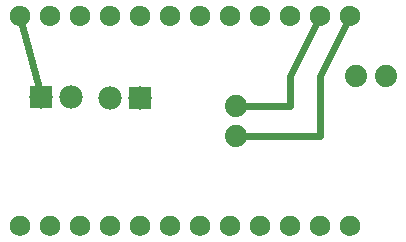
<source format=gbl>
G04 MADE WITH FRITZING*
G04 WWW.FRITZING.ORG*
G04 DOUBLE SIDED*
G04 HOLES PLATED*
G04 CONTOUR ON CENTER OF CONTOUR VECTOR*
%ASAXBY*%
%FSLAX23Y23*%
%MOIN*%
%OFA0B0*%
%SFA1.0B1.0*%
%ADD10C,0.074000*%
%ADD11C,0.078000*%
%ADD12C,0.068000*%
%ADD13R,0.078000X0.078000*%
%ADD14C,0.024000*%
%ADD15R,0.001000X0.001000*%
%LNCOPPER0*%
G90*
G70*
G54D10*
X910Y362D03*
X910Y462D03*
X1310Y562D03*
X1410Y562D03*
X910Y362D03*
X910Y462D03*
X1310Y562D03*
X1410Y562D03*
G54D11*
X261Y492D03*
X361Y492D03*
X591Y490D03*
X491Y490D03*
G54D12*
X391Y62D03*
X491Y62D03*
X291Y62D03*
X191Y62D03*
X591Y62D03*
X691Y62D03*
X791Y62D03*
X891Y62D03*
X991Y62D03*
X1091Y62D03*
X1191Y62D03*
X1291Y62D03*
X491Y762D03*
X391Y762D03*
X291Y762D03*
X191Y762D03*
X591Y762D03*
X691Y762D03*
X791Y762D03*
X891Y762D03*
X1091Y762D03*
X991Y762D03*
X1191Y762D03*
X1291Y762D03*
G54D13*
X261Y492D03*
X591Y490D03*
G54D14*
X1192Y361D02*
X1192Y561D01*
D02*
X1192Y561D02*
X1278Y735D01*
D02*
X941Y362D02*
X1192Y361D01*
D02*
X1091Y462D02*
X941Y462D01*
D02*
X1091Y561D02*
X1091Y462D01*
D02*
X1178Y736D02*
X1091Y561D01*
D02*
X254Y521D02*
X199Y733D01*
G54D15*
X187Y796D02*
X194Y796D01*
X287Y796D02*
X294Y796D01*
X387Y796D02*
X394Y796D01*
X487Y796D02*
X494Y796D01*
X587Y796D02*
X594Y796D01*
X687Y796D02*
X694Y796D01*
X787Y796D02*
X794Y796D01*
X887Y796D02*
X894Y796D01*
X987Y796D02*
X994Y796D01*
X1087Y796D02*
X1094Y796D01*
X1187Y796D02*
X1194Y796D01*
X1287Y796D02*
X1294Y796D01*
X182Y795D02*
X199Y795D01*
X282Y795D02*
X299Y795D01*
X382Y795D02*
X399Y795D01*
X482Y795D02*
X499Y795D01*
X582Y795D02*
X598Y795D01*
X682Y795D02*
X698Y795D01*
X782Y795D02*
X798Y795D01*
X882Y795D02*
X898Y795D01*
X982Y795D02*
X998Y795D01*
X1082Y795D02*
X1098Y795D01*
X1182Y795D02*
X1198Y795D01*
X1282Y795D02*
X1298Y795D01*
X179Y794D02*
X201Y794D01*
X279Y794D02*
X301Y794D01*
X379Y794D02*
X401Y794D01*
X479Y794D02*
X501Y794D01*
X579Y794D02*
X601Y794D01*
X679Y794D02*
X701Y794D01*
X779Y794D02*
X801Y794D01*
X879Y794D02*
X901Y794D01*
X979Y794D02*
X1001Y794D01*
X1079Y794D02*
X1101Y794D01*
X1179Y794D02*
X1201Y794D01*
X1279Y794D02*
X1301Y794D01*
X177Y793D02*
X204Y793D01*
X277Y793D02*
X304Y793D01*
X377Y793D02*
X404Y793D01*
X477Y793D02*
X504Y793D01*
X577Y793D02*
X604Y793D01*
X677Y793D02*
X703Y793D01*
X777Y793D02*
X803Y793D01*
X877Y793D02*
X903Y793D01*
X977Y793D02*
X1003Y793D01*
X1077Y793D02*
X1103Y793D01*
X1177Y793D02*
X1203Y793D01*
X1277Y793D02*
X1303Y793D01*
X175Y792D02*
X206Y792D01*
X275Y792D02*
X306Y792D01*
X375Y792D02*
X405Y792D01*
X475Y792D02*
X505Y792D01*
X575Y792D02*
X605Y792D01*
X675Y792D02*
X705Y792D01*
X775Y792D02*
X805Y792D01*
X875Y792D02*
X905Y792D01*
X975Y792D02*
X1005Y792D01*
X1075Y792D02*
X1105Y792D01*
X1175Y792D02*
X1205Y792D01*
X1275Y792D02*
X1305Y792D01*
X174Y791D02*
X207Y791D01*
X274Y791D02*
X307Y791D01*
X374Y791D02*
X407Y791D01*
X474Y791D02*
X507Y791D01*
X574Y791D02*
X607Y791D01*
X674Y791D02*
X707Y791D01*
X774Y791D02*
X807Y791D01*
X873Y791D02*
X907Y791D01*
X973Y791D02*
X1007Y791D01*
X1073Y791D02*
X1107Y791D01*
X1173Y791D02*
X1207Y791D01*
X1273Y791D02*
X1307Y791D01*
X172Y790D02*
X209Y790D01*
X272Y790D02*
X309Y790D01*
X372Y790D02*
X409Y790D01*
X472Y790D02*
X509Y790D01*
X572Y790D02*
X609Y790D01*
X672Y790D02*
X709Y790D01*
X772Y790D02*
X809Y790D01*
X872Y790D02*
X908Y790D01*
X972Y790D02*
X1008Y790D01*
X1072Y790D02*
X1108Y790D01*
X1172Y790D02*
X1208Y790D01*
X1272Y790D02*
X1308Y790D01*
X171Y789D02*
X210Y789D01*
X271Y789D02*
X310Y789D01*
X371Y789D02*
X410Y789D01*
X471Y789D02*
X510Y789D01*
X571Y789D02*
X610Y789D01*
X671Y789D02*
X710Y789D01*
X771Y789D02*
X810Y789D01*
X871Y789D02*
X910Y789D01*
X971Y789D02*
X1010Y789D01*
X1071Y789D02*
X1110Y789D01*
X1171Y789D02*
X1210Y789D01*
X1271Y789D02*
X1310Y789D01*
X170Y788D02*
X211Y788D01*
X270Y788D02*
X311Y788D01*
X370Y788D02*
X411Y788D01*
X470Y788D02*
X511Y788D01*
X570Y788D02*
X611Y788D01*
X669Y788D02*
X711Y788D01*
X769Y788D02*
X811Y788D01*
X869Y788D02*
X911Y788D01*
X969Y788D02*
X1011Y788D01*
X1069Y788D02*
X1111Y788D01*
X1169Y788D02*
X1211Y788D01*
X1269Y788D02*
X1311Y788D01*
X169Y787D02*
X212Y787D01*
X269Y787D02*
X312Y787D01*
X368Y787D02*
X412Y787D01*
X468Y787D02*
X512Y787D01*
X568Y787D02*
X612Y787D01*
X668Y787D02*
X712Y787D01*
X768Y787D02*
X812Y787D01*
X868Y787D02*
X912Y787D01*
X968Y787D02*
X1012Y787D01*
X1068Y787D02*
X1112Y787D01*
X1168Y787D02*
X1212Y787D01*
X1268Y787D02*
X1312Y787D01*
X167Y786D02*
X213Y786D01*
X267Y786D02*
X313Y786D01*
X367Y786D02*
X413Y786D01*
X467Y786D02*
X513Y786D01*
X567Y786D02*
X613Y786D01*
X667Y786D02*
X713Y786D01*
X767Y786D02*
X813Y786D01*
X867Y786D02*
X913Y786D01*
X967Y786D02*
X1013Y786D01*
X1067Y786D02*
X1113Y786D01*
X1167Y786D02*
X1213Y786D01*
X1267Y786D02*
X1313Y786D01*
X167Y785D02*
X214Y785D01*
X267Y785D02*
X314Y785D01*
X366Y785D02*
X414Y785D01*
X466Y785D02*
X514Y785D01*
X566Y785D02*
X614Y785D01*
X666Y785D02*
X714Y785D01*
X766Y785D02*
X814Y785D01*
X866Y785D02*
X914Y785D01*
X966Y785D02*
X1014Y785D01*
X1066Y785D02*
X1114Y785D01*
X1166Y785D02*
X1214Y785D01*
X1266Y785D02*
X1314Y785D01*
X166Y784D02*
X215Y784D01*
X266Y784D02*
X315Y784D01*
X366Y784D02*
X415Y784D01*
X466Y784D02*
X515Y784D01*
X566Y784D02*
X615Y784D01*
X666Y784D02*
X715Y784D01*
X765Y784D02*
X815Y784D01*
X865Y784D02*
X915Y784D01*
X965Y784D02*
X1015Y784D01*
X1065Y784D02*
X1115Y784D01*
X1165Y784D02*
X1215Y784D01*
X1265Y784D02*
X1315Y784D01*
X165Y783D02*
X216Y783D01*
X265Y783D02*
X316Y783D01*
X365Y783D02*
X416Y783D01*
X465Y783D02*
X516Y783D01*
X565Y783D02*
X616Y783D01*
X665Y783D02*
X716Y783D01*
X765Y783D02*
X816Y783D01*
X865Y783D02*
X916Y783D01*
X965Y783D02*
X1016Y783D01*
X1065Y783D02*
X1116Y783D01*
X1165Y783D02*
X1216Y783D01*
X1265Y783D02*
X1316Y783D01*
X164Y782D02*
X217Y782D01*
X264Y782D02*
X317Y782D01*
X364Y782D02*
X417Y782D01*
X464Y782D02*
X517Y782D01*
X564Y782D02*
X617Y782D01*
X664Y782D02*
X717Y782D01*
X764Y782D02*
X817Y782D01*
X864Y782D02*
X917Y782D01*
X964Y782D02*
X1017Y782D01*
X1064Y782D02*
X1117Y782D01*
X1164Y782D02*
X1217Y782D01*
X1264Y782D02*
X1317Y782D01*
X163Y781D02*
X218Y781D01*
X263Y781D02*
X318Y781D01*
X363Y781D02*
X418Y781D01*
X463Y781D02*
X518Y781D01*
X563Y781D02*
X618Y781D01*
X663Y781D02*
X718Y781D01*
X763Y781D02*
X818Y781D01*
X863Y781D02*
X918Y781D01*
X963Y781D02*
X1018Y781D01*
X1063Y781D02*
X1117Y781D01*
X1163Y781D02*
X1217Y781D01*
X1263Y781D02*
X1317Y781D01*
X163Y780D02*
X186Y780D01*
X195Y780D02*
X218Y780D01*
X263Y780D02*
X286Y780D01*
X295Y780D02*
X318Y780D01*
X363Y780D02*
X386Y780D01*
X395Y780D02*
X418Y780D01*
X463Y780D02*
X486Y780D01*
X495Y780D02*
X518Y780D01*
X563Y780D02*
X586Y780D01*
X595Y780D02*
X618Y780D01*
X663Y780D02*
X686Y780D01*
X695Y780D02*
X718Y780D01*
X762Y780D02*
X786Y780D01*
X795Y780D02*
X818Y780D01*
X862Y780D02*
X886Y780D01*
X895Y780D02*
X918Y780D01*
X962Y780D02*
X986Y780D01*
X995Y780D02*
X1018Y780D01*
X1062Y780D02*
X1086Y780D01*
X1095Y780D02*
X1118Y780D01*
X1162Y780D02*
X1186Y780D01*
X1195Y780D02*
X1218Y780D01*
X1262Y780D02*
X1286Y780D01*
X1295Y780D02*
X1318Y780D01*
X162Y779D02*
X182Y779D01*
X198Y779D02*
X219Y779D01*
X262Y779D02*
X282Y779D01*
X298Y779D02*
X319Y779D01*
X362Y779D02*
X382Y779D01*
X398Y779D02*
X419Y779D01*
X462Y779D02*
X482Y779D01*
X498Y779D02*
X519Y779D01*
X562Y779D02*
X582Y779D01*
X598Y779D02*
X619Y779D01*
X662Y779D02*
X682Y779D01*
X698Y779D02*
X719Y779D01*
X762Y779D02*
X782Y779D01*
X798Y779D02*
X819Y779D01*
X862Y779D02*
X882Y779D01*
X898Y779D02*
X919Y779D01*
X962Y779D02*
X982Y779D01*
X998Y779D02*
X1019Y779D01*
X1062Y779D02*
X1082Y779D01*
X1098Y779D02*
X1119Y779D01*
X1162Y779D02*
X1182Y779D01*
X1198Y779D02*
X1219Y779D01*
X1262Y779D02*
X1282Y779D01*
X1298Y779D02*
X1319Y779D01*
X161Y778D02*
X180Y778D01*
X200Y778D02*
X220Y778D01*
X261Y778D02*
X280Y778D01*
X300Y778D02*
X320Y778D01*
X361Y778D02*
X380Y778D01*
X400Y778D02*
X420Y778D01*
X461Y778D02*
X480Y778D01*
X500Y778D02*
X520Y778D01*
X561Y778D02*
X580Y778D01*
X600Y778D02*
X620Y778D01*
X661Y778D02*
X680Y778D01*
X700Y778D02*
X720Y778D01*
X761Y778D02*
X780Y778D01*
X800Y778D02*
X820Y778D01*
X861Y778D02*
X880Y778D01*
X900Y778D02*
X919Y778D01*
X961Y778D02*
X980Y778D01*
X1000Y778D02*
X1019Y778D01*
X1061Y778D02*
X1080Y778D01*
X1100Y778D02*
X1119Y778D01*
X1161Y778D02*
X1180Y778D01*
X1200Y778D02*
X1219Y778D01*
X1261Y778D02*
X1280Y778D01*
X1300Y778D02*
X1319Y778D01*
X161Y777D02*
X179Y777D01*
X202Y777D02*
X220Y777D01*
X261Y777D02*
X279Y777D01*
X302Y777D02*
X320Y777D01*
X361Y777D02*
X379Y777D01*
X402Y777D02*
X420Y777D01*
X461Y777D02*
X479Y777D01*
X502Y777D02*
X520Y777D01*
X561Y777D02*
X579Y777D01*
X602Y777D02*
X620Y777D01*
X661Y777D02*
X679Y777D01*
X702Y777D02*
X720Y777D01*
X761Y777D02*
X779Y777D01*
X802Y777D02*
X820Y777D01*
X861Y777D02*
X879Y777D01*
X902Y777D02*
X920Y777D01*
X961Y777D02*
X979Y777D01*
X1002Y777D02*
X1020Y777D01*
X1061Y777D02*
X1079Y777D01*
X1102Y777D02*
X1120Y777D01*
X1161Y777D02*
X1179Y777D01*
X1202Y777D02*
X1220Y777D01*
X1261Y777D02*
X1278Y777D01*
X1302Y777D02*
X1320Y777D01*
X160Y776D02*
X178Y776D01*
X203Y776D02*
X221Y776D01*
X260Y776D02*
X278Y776D01*
X303Y776D02*
X321Y776D01*
X360Y776D02*
X378Y776D01*
X403Y776D02*
X421Y776D01*
X460Y776D02*
X477Y776D01*
X503Y776D02*
X521Y776D01*
X560Y776D02*
X577Y776D01*
X603Y776D02*
X621Y776D01*
X660Y776D02*
X677Y776D01*
X703Y776D02*
X721Y776D01*
X760Y776D02*
X777Y776D01*
X803Y776D02*
X821Y776D01*
X860Y776D02*
X877Y776D01*
X903Y776D02*
X921Y776D01*
X960Y776D02*
X977Y776D01*
X1003Y776D02*
X1021Y776D01*
X1060Y776D02*
X1077Y776D01*
X1103Y776D02*
X1120Y776D01*
X1160Y776D02*
X1177Y776D01*
X1203Y776D02*
X1220Y776D01*
X1260Y776D02*
X1277Y776D01*
X1303Y776D02*
X1320Y776D01*
X160Y775D02*
X177Y775D01*
X204Y775D02*
X221Y775D01*
X260Y775D02*
X277Y775D01*
X304Y775D02*
X321Y775D01*
X360Y775D02*
X376Y775D01*
X404Y775D02*
X421Y775D01*
X460Y775D02*
X476Y775D01*
X504Y775D02*
X521Y775D01*
X560Y775D02*
X576Y775D01*
X604Y775D02*
X621Y775D01*
X660Y775D02*
X676Y775D01*
X704Y775D02*
X721Y775D01*
X760Y775D02*
X776Y775D01*
X804Y775D02*
X821Y775D01*
X860Y775D02*
X876Y775D01*
X904Y775D02*
X921Y775D01*
X960Y775D02*
X976Y775D01*
X1004Y775D02*
X1021Y775D01*
X1060Y775D02*
X1076Y775D01*
X1104Y775D02*
X1121Y775D01*
X1160Y775D02*
X1176Y775D01*
X1204Y775D02*
X1221Y775D01*
X1260Y775D02*
X1276Y775D01*
X1304Y775D02*
X1321Y775D01*
X160Y774D02*
X176Y774D01*
X205Y774D02*
X222Y774D01*
X260Y774D02*
X276Y774D01*
X305Y774D02*
X322Y774D01*
X359Y774D02*
X376Y774D01*
X405Y774D02*
X422Y774D01*
X459Y774D02*
X476Y774D01*
X505Y774D02*
X522Y774D01*
X559Y774D02*
X576Y774D01*
X605Y774D02*
X622Y774D01*
X659Y774D02*
X676Y774D01*
X705Y774D02*
X722Y774D01*
X759Y774D02*
X776Y774D01*
X805Y774D02*
X821Y774D01*
X859Y774D02*
X876Y774D01*
X905Y774D02*
X921Y774D01*
X959Y774D02*
X976Y774D01*
X1005Y774D02*
X1021Y774D01*
X1059Y774D02*
X1076Y774D01*
X1105Y774D02*
X1121Y774D01*
X1159Y774D02*
X1175Y774D01*
X1205Y774D02*
X1221Y774D01*
X1259Y774D02*
X1275Y774D01*
X1305Y774D02*
X1321Y774D01*
X159Y773D02*
X175Y773D01*
X206Y773D02*
X222Y773D01*
X259Y773D02*
X275Y773D01*
X306Y773D02*
X322Y773D01*
X359Y773D02*
X375Y773D01*
X406Y773D02*
X422Y773D01*
X459Y773D02*
X475Y773D01*
X506Y773D02*
X522Y773D01*
X559Y773D02*
X575Y773D01*
X606Y773D02*
X622Y773D01*
X659Y773D02*
X675Y773D01*
X706Y773D02*
X722Y773D01*
X759Y773D02*
X775Y773D01*
X806Y773D02*
X822Y773D01*
X859Y773D02*
X875Y773D01*
X906Y773D02*
X922Y773D01*
X959Y773D02*
X975Y773D01*
X1006Y773D02*
X1022Y773D01*
X1059Y773D02*
X1075Y773D01*
X1106Y773D02*
X1122Y773D01*
X1159Y773D02*
X1175Y773D01*
X1206Y773D02*
X1222Y773D01*
X1259Y773D02*
X1275Y773D01*
X1306Y773D02*
X1322Y773D01*
X159Y772D02*
X174Y772D01*
X207Y772D02*
X222Y772D01*
X259Y772D02*
X274Y772D01*
X307Y772D02*
X322Y772D01*
X359Y772D02*
X374Y772D01*
X407Y772D02*
X422Y772D01*
X459Y772D02*
X474Y772D01*
X507Y772D02*
X522Y772D01*
X559Y772D02*
X574Y772D01*
X607Y772D02*
X622Y772D01*
X659Y772D02*
X674Y772D01*
X707Y772D02*
X722Y772D01*
X759Y772D02*
X774Y772D01*
X806Y772D02*
X822Y772D01*
X859Y772D02*
X874Y772D01*
X906Y772D02*
X922Y772D01*
X959Y772D02*
X974Y772D01*
X1006Y772D02*
X1022Y772D01*
X1059Y772D02*
X1074Y772D01*
X1106Y772D02*
X1122Y772D01*
X1159Y772D02*
X1174Y772D01*
X1206Y772D02*
X1222Y772D01*
X1258Y772D02*
X1274Y772D01*
X1306Y772D02*
X1322Y772D01*
X158Y771D02*
X174Y771D01*
X207Y771D02*
X223Y771D01*
X258Y771D02*
X274Y771D01*
X307Y771D02*
X323Y771D01*
X358Y771D02*
X374Y771D01*
X407Y771D02*
X423Y771D01*
X458Y771D02*
X474Y771D01*
X507Y771D02*
X523Y771D01*
X558Y771D02*
X574Y771D01*
X607Y771D02*
X623Y771D01*
X658Y771D02*
X674Y771D01*
X707Y771D02*
X723Y771D01*
X758Y771D02*
X774Y771D01*
X807Y771D02*
X823Y771D01*
X858Y771D02*
X874Y771D01*
X907Y771D02*
X923Y771D01*
X958Y771D02*
X974Y771D01*
X1007Y771D02*
X1023Y771D01*
X1058Y771D02*
X1074Y771D01*
X1107Y771D02*
X1123Y771D01*
X1158Y771D02*
X1174Y771D01*
X1207Y771D02*
X1222Y771D01*
X1258Y771D02*
X1274Y771D01*
X1307Y771D02*
X1322Y771D01*
X158Y770D02*
X173Y770D01*
X208Y770D02*
X223Y770D01*
X258Y770D02*
X273Y770D01*
X308Y770D02*
X323Y770D01*
X358Y770D02*
X373Y770D01*
X408Y770D02*
X423Y770D01*
X458Y770D02*
X473Y770D01*
X508Y770D02*
X523Y770D01*
X558Y770D02*
X573Y770D01*
X608Y770D02*
X623Y770D01*
X658Y770D02*
X673Y770D01*
X708Y770D02*
X723Y770D01*
X758Y770D02*
X773Y770D01*
X807Y770D02*
X823Y770D01*
X858Y770D02*
X873Y770D01*
X907Y770D02*
X923Y770D01*
X958Y770D02*
X973Y770D01*
X1007Y770D02*
X1023Y770D01*
X1058Y770D02*
X1073Y770D01*
X1107Y770D02*
X1123Y770D01*
X1158Y770D02*
X1173Y770D01*
X1207Y770D02*
X1223Y770D01*
X1258Y770D02*
X1273Y770D01*
X1307Y770D02*
X1323Y770D01*
X158Y769D02*
X173Y769D01*
X208Y769D02*
X223Y769D01*
X258Y769D02*
X273Y769D01*
X308Y769D02*
X323Y769D01*
X358Y769D02*
X373Y769D01*
X408Y769D02*
X423Y769D01*
X458Y769D02*
X473Y769D01*
X508Y769D02*
X523Y769D01*
X558Y769D02*
X573Y769D01*
X608Y769D02*
X623Y769D01*
X658Y769D02*
X673Y769D01*
X708Y769D02*
X723Y769D01*
X758Y769D02*
X773Y769D01*
X808Y769D02*
X823Y769D01*
X858Y769D02*
X873Y769D01*
X908Y769D02*
X923Y769D01*
X958Y769D02*
X973Y769D01*
X1008Y769D02*
X1023Y769D01*
X1058Y769D02*
X1073Y769D01*
X1108Y769D02*
X1123Y769D01*
X1158Y769D02*
X1173Y769D01*
X1208Y769D02*
X1223Y769D01*
X1258Y769D02*
X1273Y769D01*
X1308Y769D02*
X1323Y769D01*
X158Y768D02*
X173Y768D01*
X208Y768D02*
X224Y768D01*
X258Y768D02*
X273Y768D01*
X308Y768D02*
X323Y768D01*
X358Y768D02*
X373Y768D01*
X408Y768D02*
X423Y768D01*
X458Y768D02*
X473Y768D01*
X508Y768D02*
X523Y768D01*
X558Y768D02*
X573Y768D01*
X608Y768D02*
X623Y768D01*
X658Y768D02*
X673Y768D01*
X708Y768D02*
X723Y768D01*
X758Y768D02*
X773Y768D01*
X808Y768D02*
X823Y768D01*
X858Y768D02*
X873Y768D01*
X908Y768D02*
X923Y768D01*
X958Y768D02*
X973Y768D01*
X1008Y768D02*
X1023Y768D01*
X1058Y768D02*
X1073Y768D01*
X1108Y768D02*
X1123Y768D01*
X1157Y768D02*
X1173Y768D01*
X1208Y768D02*
X1223Y768D01*
X1257Y768D02*
X1273Y768D01*
X1308Y768D02*
X1323Y768D01*
X158Y767D02*
X173Y767D01*
X209Y767D02*
X224Y767D01*
X258Y767D02*
X273Y767D01*
X309Y767D02*
X324Y767D01*
X358Y767D02*
X373Y767D01*
X409Y767D02*
X424Y767D01*
X457Y767D02*
X473Y767D01*
X509Y767D02*
X524Y767D01*
X557Y767D02*
X573Y767D01*
X608Y767D02*
X624Y767D01*
X657Y767D02*
X673Y767D01*
X708Y767D02*
X724Y767D01*
X757Y767D02*
X772Y767D01*
X808Y767D02*
X824Y767D01*
X857Y767D02*
X872Y767D01*
X908Y767D02*
X924Y767D01*
X957Y767D02*
X972Y767D01*
X1008Y767D02*
X1023Y767D01*
X1057Y767D02*
X1072Y767D01*
X1108Y767D02*
X1123Y767D01*
X1157Y767D02*
X1172Y767D01*
X1208Y767D02*
X1223Y767D01*
X1257Y767D02*
X1272Y767D01*
X1308Y767D02*
X1323Y767D01*
X157Y766D02*
X172Y766D01*
X209Y766D02*
X224Y766D01*
X257Y766D02*
X272Y766D01*
X309Y766D02*
X324Y766D01*
X357Y766D02*
X372Y766D01*
X409Y766D02*
X424Y766D01*
X457Y766D02*
X472Y766D01*
X509Y766D02*
X524Y766D01*
X557Y766D02*
X572Y766D01*
X609Y766D02*
X624Y766D01*
X657Y766D02*
X672Y766D01*
X709Y766D02*
X724Y766D01*
X757Y766D02*
X772Y766D01*
X809Y766D02*
X824Y766D01*
X857Y766D02*
X872Y766D01*
X909Y766D02*
X924Y766D01*
X957Y766D02*
X972Y766D01*
X1009Y766D02*
X1024Y766D01*
X1057Y766D02*
X1072Y766D01*
X1109Y766D02*
X1124Y766D01*
X1157Y766D02*
X1172Y766D01*
X1209Y766D02*
X1224Y766D01*
X1257Y766D02*
X1272Y766D01*
X1309Y766D02*
X1324Y766D01*
X157Y765D02*
X172Y765D01*
X209Y765D02*
X224Y765D01*
X257Y765D02*
X272Y765D01*
X309Y765D02*
X324Y765D01*
X357Y765D02*
X372Y765D01*
X409Y765D02*
X424Y765D01*
X457Y765D02*
X472Y765D01*
X509Y765D02*
X524Y765D01*
X557Y765D02*
X572Y765D01*
X609Y765D02*
X624Y765D01*
X657Y765D02*
X672Y765D01*
X709Y765D02*
X724Y765D01*
X757Y765D02*
X772Y765D01*
X809Y765D02*
X824Y765D01*
X857Y765D02*
X872Y765D01*
X909Y765D02*
X924Y765D01*
X957Y765D02*
X972Y765D01*
X1009Y765D02*
X1024Y765D01*
X1057Y765D02*
X1072Y765D01*
X1109Y765D02*
X1124Y765D01*
X1157Y765D02*
X1172Y765D01*
X1209Y765D02*
X1224Y765D01*
X1257Y765D02*
X1272Y765D01*
X1309Y765D02*
X1324Y765D01*
X157Y764D02*
X172Y764D01*
X209Y764D02*
X224Y764D01*
X257Y764D02*
X272Y764D01*
X309Y764D02*
X324Y764D01*
X357Y764D02*
X372Y764D01*
X409Y764D02*
X424Y764D01*
X457Y764D02*
X472Y764D01*
X509Y764D02*
X524Y764D01*
X557Y764D02*
X572Y764D01*
X609Y764D02*
X624Y764D01*
X657Y764D02*
X672Y764D01*
X709Y764D02*
X724Y764D01*
X757Y764D02*
X772Y764D01*
X809Y764D02*
X824Y764D01*
X857Y764D02*
X872Y764D01*
X909Y764D02*
X924Y764D01*
X957Y764D02*
X972Y764D01*
X1009Y764D02*
X1024Y764D01*
X1057Y764D02*
X1072Y764D01*
X1109Y764D02*
X1124Y764D01*
X1157Y764D02*
X1172Y764D01*
X1209Y764D02*
X1224Y764D01*
X1257Y764D02*
X1272Y764D01*
X1309Y764D02*
X1324Y764D01*
X157Y763D02*
X172Y763D01*
X209Y763D02*
X224Y763D01*
X257Y763D02*
X272Y763D01*
X309Y763D02*
X324Y763D01*
X357Y763D02*
X372Y763D01*
X409Y763D02*
X424Y763D01*
X457Y763D02*
X472Y763D01*
X509Y763D02*
X524Y763D01*
X557Y763D02*
X572Y763D01*
X609Y763D02*
X624Y763D01*
X657Y763D02*
X672Y763D01*
X709Y763D02*
X724Y763D01*
X757Y763D02*
X772Y763D01*
X809Y763D02*
X824Y763D01*
X857Y763D02*
X872Y763D01*
X909Y763D02*
X924Y763D01*
X957Y763D02*
X972Y763D01*
X1009Y763D02*
X1024Y763D01*
X1057Y763D02*
X1072Y763D01*
X1109Y763D02*
X1124Y763D01*
X1157Y763D02*
X1172Y763D01*
X1209Y763D02*
X1224Y763D01*
X1257Y763D02*
X1272Y763D01*
X1309Y763D02*
X1324Y763D01*
X157Y762D02*
X172Y762D01*
X209Y762D02*
X224Y762D01*
X257Y762D02*
X272Y762D01*
X309Y762D02*
X324Y762D01*
X357Y762D02*
X372Y762D01*
X409Y762D02*
X424Y762D01*
X457Y762D02*
X472Y762D01*
X509Y762D02*
X524Y762D01*
X557Y762D02*
X572Y762D01*
X609Y762D02*
X624Y762D01*
X657Y762D02*
X672Y762D01*
X709Y762D02*
X724Y762D01*
X757Y762D02*
X772Y762D01*
X809Y762D02*
X824Y762D01*
X857Y762D02*
X872Y762D01*
X909Y762D02*
X924Y762D01*
X957Y762D02*
X972Y762D01*
X1009Y762D02*
X1024Y762D01*
X1057Y762D02*
X1072Y762D01*
X1109Y762D02*
X1124Y762D01*
X1157Y762D02*
X1172Y762D01*
X1209Y762D02*
X1224Y762D01*
X1257Y762D02*
X1272Y762D01*
X1309Y762D02*
X1324Y762D01*
X157Y761D02*
X172Y761D01*
X209Y761D02*
X224Y761D01*
X257Y761D02*
X272Y761D01*
X309Y761D02*
X324Y761D01*
X357Y761D02*
X372Y761D01*
X409Y761D02*
X424Y761D01*
X457Y761D02*
X472Y761D01*
X509Y761D02*
X524Y761D01*
X557Y761D02*
X572Y761D01*
X609Y761D02*
X624Y761D01*
X657Y761D02*
X672Y761D01*
X709Y761D02*
X724Y761D01*
X757Y761D02*
X772Y761D01*
X809Y761D02*
X824Y761D01*
X857Y761D02*
X872Y761D01*
X909Y761D02*
X924Y761D01*
X957Y761D02*
X972Y761D01*
X1009Y761D02*
X1024Y761D01*
X1057Y761D02*
X1072Y761D01*
X1109Y761D02*
X1124Y761D01*
X1157Y761D02*
X1172Y761D01*
X1209Y761D02*
X1224Y761D01*
X1257Y761D02*
X1272Y761D01*
X1309Y761D02*
X1324Y761D01*
X157Y760D02*
X172Y760D01*
X209Y760D02*
X224Y760D01*
X257Y760D02*
X272Y760D01*
X309Y760D02*
X324Y760D01*
X357Y760D02*
X372Y760D01*
X409Y760D02*
X424Y760D01*
X457Y760D02*
X472Y760D01*
X509Y760D02*
X524Y760D01*
X557Y760D02*
X572Y760D01*
X609Y760D02*
X624Y760D01*
X657Y760D02*
X672Y760D01*
X709Y760D02*
X724Y760D01*
X757Y760D02*
X772Y760D01*
X809Y760D02*
X824Y760D01*
X857Y760D02*
X872Y760D01*
X909Y760D02*
X924Y760D01*
X957Y760D02*
X972Y760D01*
X1009Y760D02*
X1024Y760D01*
X1057Y760D02*
X1072Y760D01*
X1109Y760D02*
X1124Y760D01*
X1157Y760D02*
X1172Y760D01*
X1209Y760D02*
X1224Y760D01*
X1257Y760D02*
X1272Y760D01*
X1309Y760D02*
X1324Y760D01*
X157Y759D02*
X172Y759D01*
X209Y759D02*
X224Y759D01*
X257Y759D02*
X272Y759D01*
X309Y759D02*
X324Y759D01*
X357Y759D02*
X372Y759D01*
X409Y759D02*
X424Y759D01*
X457Y759D02*
X472Y759D01*
X509Y759D02*
X524Y759D01*
X557Y759D02*
X572Y759D01*
X609Y759D02*
X624Y759D01*
X657Y759D02*
X672Y759D01*
X709Y759D02*
X724Y759D01*
X757Y759D02*
X772Y759D01*
X809Y759D02*
X824Y759D01*
X857Y759D02*
X872Y759D01*
X909Y759D02*
X924Y759D01*
X957Y759D02*
X972Y759D01*
X1009Y759D02*
X1024Y759D01*
X1057Y759D02*
X1072Y759D01*
X1109Y759D02*
X1124Y759D01*
X1157Y759D02*
X1172Y759D01*
X1209Y759D02*
X1224Y759D01*
X1257Y759D02*
X1272Y759D01*
X1309Y759D02*
X1324Y759D01*
X157Y758D02*
X173Y758D01*
X209Y758D02*
X224Y758D01*
X257Y758D02*
X272Y758D01*
X309Y758D02*
X324Y758D01*
X357Y758D02*
X372Y758D01*
X409Y758D02*
X424Y758D01*
X457Y758D02*
X472Y758D01*
X509Y758D02*
X524Y758D01*
X557Y758D02*
X572Y758D01*
X609Y758D02*
X624Y758D01*
X657Y758D02*
X672Y758D01*
X709Y758D02*
X724Y758D01*
X757Y758D02*
X772Y758D01*
X809Y758D02*
X824Y758D01*
X857Y758D02*
X872Y758D01*
X909Y758D02*
X924Y758D01*
X957Y758D02*
X972Y758D01*
X1009Y758D02*
X1024Y758D01*
X1057Y758D02*
X1072Y758D01*
X1108Y758D02*
X1124Y758D01*
X1157Y758D02*
X1172Y758D01*
X1208Y758D02*
X1224Y758D01*
X1257Y758D02*
X1272Y758D01*
X1308Y758D02*
X1324Y758D01*
X158Y757D02*
X173Y757D01*
X208Y757D02*
X224Y757D01*
X258Y757D02*
X273Y757D01*
X308Y757D02*
X324Y757D01*
X358Y757D02*
X373Y757D01*
X408Y757D02*
X424Y757D01*
X458Y757D02*
X473Y757D01*
X508Y757D02*
X524Y757D01*
X558Y757D02*
X573Y757D01*
X608Y757D02*
X624Y757D01*
X658Y757D02*
X673Y757D01*
X708Y757D02*
X723Y757D01*
X757Y757D02*
X773Y757D01*
X808Y757D02*
X823Y757D01*
X857Y757D02*
X873Y757D01*
X908Y757D02*
X923Y757D01*
X957Y757D02*
X973Y757D01*
X1008Y757D02*
X1023Y757D01*
X1057Y757D02*
X1073Y757D01*
X1108Y757D02*
X1123Y757D01*
X1157Y757D02*
X1172Y757D01*
X1208Y757D02*
X1223Y757D01*
X1257Y757D02*
X1272Y757D01*
X1308Y757D02*
X1323Y757D01*
X158Y756D02*
X173Y756D01*
X208Y756D02*
X223Y756D01*
X258Y756D02*
X273Y756D01*
X308Y756D02*
X323Y756D01*
X358Y756D02*
X373Y756D01*
X408Y756D02*
X423Y756D01*
X458Y756D02*
X473Y756D01*
X508Y756D02*
X523Y756D01*
X558Y756D02*
X573Y756D01*
X608Y756D02*
X623Y756D01*
X658Y756D02*
X673Y756D01*
X708Y756D02*
X723Y756D01*
X758Y756D02*
X773Y756D01*
X808Y756D02*
X823Y756D01*
X858Y756D02*
X873Y756D01*
X908Y756D02*
X923Y756D01*
X958Y756D02*
X973Y756D01*
X1008Y756D02*
X1023Y756D01*
X1058Y756D02*
X1073Y756D01*
X1108Y756D02*
X1123Y756D01*
X1158Y756D02*
X1173Y756D01*
X1208Y756D02*
X1223Y756D01*
X1258Y756D02*
X1273Y756D01*
X1308Y756D02*
X1323Y756D01*
X158Y755D02*
X173Y755D01*
X208Y755D02*
X223Y755D01*
X258Y755D02*
X273Y755D01*
X308Y755D02*
X323Y755D01*
X358Y755D02*
X373Y755D01*
X408Y755D02*
X423Y755D01*
X458Y755D02*
X473Y755D01*
X508Y755D02*
X523Y755D01*
X558Y755D02*
X573Y755D01*
X608Y755D02*
X623Y755D01*
X658Y755D02*
X673Y755D01*
X708Y755D02*
X723Y755D01*
X758Y755D02*
X773Y755D01*
X808Y755D02*
X823Y755D01*
X858Y755D02*
X873Y755D01*
X908Y755D02*
X923Y755D01*
X958Y755D02*
X973Y755D01*
X1008Y755D02*
X1023Y755D01*
X1058Y755D02*
X1073Y755D01*
X1108Y755D02*
X1123Y755D01*
X1158Y755D02*
X1173Y755D01*
X1208Y755D02*
X1223Y755D01*
X1258Y755D02*
X1273Y755D01*
X1308Y755D02*
X1323Y755D01*
X158Y754D02*
X174Y754D01*
X208Y754D02*
X223Y754D01*
X258Y754D02*
X274Y754D01*
X307Y754D02*
X323Y754D01*
X358Y754D02*
X374Y754D01*
X407Y754D02*
X423Y754D01*
X458Y754D02*
X474Y754D01*
X507Y754D02*
X523Y754D01*
X558Y754D02*
X574Y754D01*
X607Y754D02*
X623Y754D01*
X658Y754D02*
X673Y754D01*
X707Y754D02*
X723Y754D01*
X758Y754D02*
X773Y754D01*
X807Y754D02*
X823Y754D01*
X858Y754D02*
X873Y754D01*
X907Y754D02*
X923Y754D01*
X958Y754D02*
X973Y754D01*
X1007Y754D02*
X1023Y754D01*
X1058Y754D02*
X1073Y754D01*
X1107Y754D02*
X1123Y754D01*
X1158Y754D02*
X1173Y754D01*
X1207Y754D02*
X1223Y754D01*
X1258Y754D02*
X1273Y754D01*
X1307Y754D02*
X1323Y754D01*
X159Y753D02*
X174Y753D01*
X207Y753D02*
X223Y753D01*
X259Y753D02*
X274Y753D01*
X307Y753D02*
X323Y753D01*
X359Y753D02*
X374Y753D01*
X407Y753D02*
X423Y753D01*
X458Y753D02*
X474Y753D01*
X507Y753D02*
X523Y753D01*
X558Y753D02*
X574Y753D01*
X607Y753D02*
X623Y753D01*
X658Y753D02*
X674Y753D01*
X707Y753D02*
X723Y753D01*
X758Y753D02*
X774Y753D01*
X807Y753D02*
X822Y753D01*
X858Y753D02*
X874Y753D01*
X907Y753D02*
X922Y753D01*
X958Y753D02*
X974Y753D01*
X1007Y753D02*
X1022Y753D01*
X1058Y753D02*
X1074Y753D01*
X1107Y753D02*
X1122Y753D01*
X1158Y753D02*
X1174Y753D01*
X1207Y753D02*
X1222Y753D01*
X1258Y753D02*
X1274Y753D01*
X1307Y753D02*
X1322Y753D01*
X159Y752D02*
X175Y752D01*
X207Y752D02*
X222Y752D01*
X259Y752D02*
X275Y752D01*
X306Y752D02*
X322Y752D01*
X359Y752D02*
X374Y752D01*
X406Y752D02*
X422Y752D01*
X459Y752D02*
X474Y752D01*
X506Y752D02*
X522Y752D01*
X559Y752D02*
X574Y752D01*
X606Y752D02*
X622Y752D01*
X659Y752D02*
X674Y752D01*
X706Y752D02*
X722Y752D01*
X759Y752D02*
X774Y752D01*
X806Y752D02*
X822Y752D01*
X859Y752D02*
X874Y752D01*
X906Y752D02*
X922Y752D01*
X959Y752D02*
X974Y752D01*
X1006Y752D02*
X1022Y752D01*
X1059Y752D02*
X1074Y752D01*
X1106Y752D02*
X1122Y752D01*
X1159Y752D02*
X1174Y752D01*
X1206Y752D02*
X1222Y752D01*
X1259Y752D02*
X1274Y752D01*
X1306Y752D02*
X1322Y752D01*
X159Y751D02*
X175Y751D01*
X206Y751D02*
X222Y751D01*
X259Y751D02*
X275Y751D01*
X306Y751D02*
X322Y751D01*
X359Y751D02*
X375Y751D01*
X406Y751D02*
X422Y751D01*
X459Y751D02*
X475Y751D01*
X506Y751D02*
X522Y751D01*
X559Y751D02*
X575Y751D01*
X606Y751D02*
X622Y751D01*
X659Y751D02*
X675Y751D01*
X706Y751D02*
X722Y751D01*
X759Y751D02*
X775Y751D01*
X806Y751D02*
X822Y751D01*
X859Y751D02*
X875Y751D01*
X906Y751D02*
X922Y751D01*
X959Y751D02*
X975Y751D01*
X1006Y751D02*
X1022Y751D01*
X1059Y751D02*
X1075Y751D01*
X1106Y751D02*
X1122Y751D01*
X1159Y751D02*
X1175Y751D01*
X1206Y751D02*
X1222Y751D01*
X1259Y751D02*
X1275Y751D01*
X1306Y751D02*
X1322Y751D01*
X160Y750D02*
X176Y750D01*
X205Y750D02*
X222Y750D01*
X260Y750D02*
X276Y750D01*
X305Y750D02*
X322Y750D01*
X360Y750D02*
X376Y750D01*
X405Y750D02*
X421Y750D01*
X460Y750D02*
X476Y750D01*
X505Y750D02*
X521Y750D01*
X560Y750D02*
X576Y750D01*
X605Y750D02*
X621Y750D01*
X660Y750D02*
X676Y750D01*
X705Y750D02*
X721Y750D01*
X759Y750D02*
X776Y750D01*
X805Y750D02*
X821Y750D01*
X859Y750D02*
X876Y750D01*
X905Y750D02*
X921Y750D01*
X959Y750D02*
X976Y750D01*
X1005Y750D02*
X1021Y750D01*
X1059Y750D02*
X1076Y750D01*
X1105Y750D02*
X1121Y750D01*
X1159Y750D02*
X1176Y750D01*
X1205Y750D02*
X1221Y750D01*
X1259Y750D02*
X1276Y750D01*
X1305Y750D02*
X1321Y750D01*
X160Y749D02*
X177Y749D01*
X204Y749D02*
X221Y749D01*
X260Y749D02*
X277Y749D01*
X304Y749D02*
X321Y749D01*
X360Y749D02*
X377Y749D01*
X404Y749D02*
X421Y749D01*
X460Y749D02*
X477Y749D01*
X504Y749D02*
X521Y749D01*
X560Y749D02*
X577Y749D01*
X604Y749D02*
X621Y749D01*
X660Y749D02*
X677Y749D01*
X704Y749D02*
X721Y749D01*
X760Y749D02*
X777Y749D01*
X804Y749D02*
X821Y749D01*
X860Y749D02*
X877Y749D01*
X904Y749D02*
X921Y749D01*
X960Y749D02*
X977Y749D01*
X1004Y749D02*
X1021Y749D01*
X1060Y749D02*
X1077Y749D01*
X1104Y749D02*
X1121Y749D01*
X1160Y749D02*
X1177Y749D01*
X1204Y749D02*
X1221Y749D01*
X1260Y749D02*
X1277Y749D01*
X1304Y749D02*
X1321Y749D01*
X161Y748D02*
X178Y748D01*
X203Y748D02*
X221Y748D01*
X261Y748D02*
X278Y748D01*
X303Y748D02*
X321Y748D01*
X360Y748D02*
X378Y748D01*
X403Y748D02*
X421Y748D01*
X460Y748D02*
X478Y748D01*
X503Y748D02*
X521Y748D01*
X560Y748D02*
X578Y748D01*
X603Y748D02*
X620Y748D01*
X660Y748D02*
X678Y748D01*
X703Y748D02*
X720Y748D01*
X760Y748D02*
X778Y748D01*
X803Y748D02*
X820Y748D01*
X860Y748D02*
X878Y748D01*
X903Y748D02*
X920Y748D01*
X960Y748D02*
X978Y748D01*
X1003Y748D02*
X1020Y748D01*
X1060Y748D02*
X1078Y748D01*
X1103Y748D02*
X1120Y748D01*
X1160Y748D02*
X1178Y748D01*
X1203Y748D02*
X1220Y748D01*
X1260Y748D02*
X1278Y748D01*
X1303Y748D02*
X1320Y748D01*
X161Y747D02*
X179Y747D01*
X202Y747D02*
X220Y747D01*
X261Y747D02*
X279Y747D01*
X301Y747D02*
X320Y747D01*
X361Y747D02*
X379Y747D01*
X401Y747D02*
X420Y747D01*
X461Y747D02*
X479Y747D01*
X501Y747D02*
X520Y747D01*
X561Y747D02*
X579Y747D01*
X601Y747D02*
X620Y747D01*
X661Y747D02*
X679Y747D01*
X701Y747D02*
X720Y747D01*
X761Y747D02*
X779Y747D01*
X801Y747D02*
X820Y747D01*
X861Y747D02*
X879Y747D01*
X901Y747D02*
X920Y747D01*
X961Y747D02*
X979Y747D01*
X1001Y747D02*
X1020Y747D01*
X1061Y747D02*
X1079Y747D01*
X1101Y747D02*
X1120Y747D01*
X1161Y747D02*
X1179Y747D01*
X1201Y747D02*
X1220Y747D01*
X1261Y747D02*
X1279Y747D01*
X1301Y747D02*
X1320Y747D01*
X162Y746D02*
X181Y746D01*
X199Y746D02*
X220Y746D01*
X262Y746D02*
X281Y746D01*
X299Y746D02*
X319Y746D01*
X362Y746D02*
X381Y746D01*
X399Y746D02*
X419Y746D01*
X462Y746D02*
X481Y746D01*
X499Y746D02*
X519Y746D01*
X561Y746D02*
X581Y746D01*
X599Y746D02*
X619Y746D01*
X661Y746D02*
X681Y746D01*
X699Y746D02*
X719Y746D01*
X761Y746D02*
X781Y746D01*
X799Y746D02*
X819Y746D01*
X861Y746D02*
X881Y746D01*
X899Y746D02*
X919Y746D01*
X961Y746D02*
X981Y746D01*
X999Y746D02*
X1019Y746D01*
X1061Y746D02*
X1081Y746D01*
X1099Y746D02*
X1119Y746D01*
X1161Y746D02*
X1181Y746D01*
X1199Y746D02*
X1219Y746D01*
X1261Y746D02*
X1281Y746D01*
X1299Y746D02*
X1319Y746D01*
X162Y745D02*
X185Y745D01*
X196Y745D02*
X219Y745D01*
X262Y745D02*
X285Y745D01*
X296Y745D02*
X319Y745D01*
X362Y745D02*
X385Y745D01*
X396Y745D02*
X419Y745D01*
X462Y745D02*
X485Y745D01*
X496Y745D02*
X519Y745D01*
X562Y745D02*
X585Y745D01*
X596Y745D02*
X619Y745D01*
X662Y745D02*
X684Y745D01*
X696Y745D02*
X719Y745D01*
X762Y745D02*
X784Y745D01*
X796Y745D02*
X819Y745D01*
X862Y745D02*
X884Y745D01*
X896Y745D02*
X919Y745D01*
X962Y745D02*
X984Y745D01*
X996Y745D02*
X1019Y745D01*
X1062Y745D02*
X1084Y745D01*
X1096Y745D02*
X1119Y745D01*
X1162Y745D02*
X1184Y745D01*
X1196Y745D02*
X1219Y745D01*
X1262Y745D02*
X1284Y745D01*
X1296Y745D02*
X1319Y745D01*
X163Y744D02*
X218Y744D01*
X263Y744D02*
X318Y744D01*
X363Y744D02*
X418Y744D01*
X463Y744D02*
X518Y744D01*
X563Y744D02*
X618Y744D01*
X663Y744D02*
X718Y744D01*
X763Y744D02*
X818Y744D01*
X863Y744D02*
X918Y744D01*
X963Y744D02*
X1018Y744D01*
X1063Y744D02*
X1118Y744D01*
X1163Y744D02*
X1218Y744D01*
X1263Y744D02*
X1318Y744D01*
X164Y743D02*
X218Y743D01*
X263Y743D02*
X318Y743D01*
X363Y743D02*
X417Y743D01*
X463Y743D02*
X517Y743D01*
X563Y743D02*
X617Y743D01*
X663Y743D02*
X717Y743D01*
X763Y743D02*
X817Y743D01*
X863Y743D02*
X917Y743D01*
X963Y743D02*
X1017Y743D01*
X1063Y743D02*
X1117Y743D01*
X1163Y743D02*
X1217Y743D01*
X1263Y743D02*
X1317Y743D01*
X164Y742D02*
X217Y742D01*
X264Y742D02*
X317Y742D01*
X364Y742D02*
X417Y742D01*
X464Y742D02*
X517Y742D01*
X564Y742D02*
X617Y742D01*
X664Y742D02*
X717Y742D01*
X764Y742D02*
X817Y742D01*
X864Y742D02*
X917Y742D01*
X964Y742D02*
X1017Y742D01*
X1064Y742D02*
X1117Y742D01*
X1164Y742D02*
X1216Y742D01*
X1264Y742D02*
X1316Y742D01*
X165Y741D02*
X216Y741D01*
X265Y741D02*
X316Y741D01*
X365Y741D02*
X416Y741D01*
X465Y741D02*
X516Y741D01*
X565Y741D02*
X616Y741D01*
X665Y741D02*
X716Y741D01*
X765Y741D02*
X816Y741D01*
X865Y741D02*
X916Y741D01*
X965Y741D02*
X1016Y741D01*
X1065Y741D02*
X1116Y741D01*
X1165Y741D02*
X1216Y741D01*
X1265Y741D02*
X1316Y741D01*
X166Y740D02*
X215Y740D01*
X266Y740D02*
X315Y740D01*
X366Y740D02*
X415Y740D01*
X466Y740D02*
X515Y740D01*
X566Y740D02*
X615Y740D01*
X666Y740D02*
X715Y740D01*
X766Y740D02*
X815Y740D01*
X866Y740D02*
X915Y740D01*
X966Y740D02*
X1015Y740D01*
X1066Y740D02*
X1115Y740D01*
X1166Y740D02*
X1215Y740D01*
X1266Y740D02*
X1315Y740D01*
X167Y739D02*
X214Y739D01*
X267Y739D02*
X314Y739D01*
X367Y739D02*
X414Y739D01*
X467Y739D02*
X514Y739D01*
X567Y739D02*
X614Y739D01*
X667Y739D02*
X714Y739D01*
X767Y739D02*
X814Y739D01*
X867Y739D02*
X914Y739D01*
X967Y739D02*
X1014Y739D01*
X1067Y739D02*
X1114Y739D01*
X1167Y739D02*
X1214Y739D01*
X1267Y739D02*
X1314Y739D01*
X168Y738D02*
X213Y738D01*
X268Y738D02*
X313Y738D01*
X368Y738D02*
X413Y738D01*
X468Y738D02*
X513Y738D01*
X568Y738D02*
X613Y738D01*
X668Y738D02*
X713Y738D01*
X768Y738D02*
X813Y738D01*
X868Y738D02*
X913Y738D01*
X968Y738D02*
X1013Y738D01*
X1068Y738D02*
X1113Y738D01*
X1168Y738D02*
X1213Y738D01*
X1268Y738D02*
X1313Y738D01*
X169Y737D02*
X212Y737D01*
X269Y737D02*
X312Y737D01*
X369Y737D02*
X412Y737D01*
X469Y737D02*
X512Y737D01*
X569Y737D02*
X612Y737D01*
X669Y737D02*
X712Y737D01*
X769Y737D02*
X812Y737D01*
X869Y737D02*
X912Y737D01*
X969Y737D02*
X1012Y737D01*
X1069Y737D02*
X1112Y737D01*
X1169Y737D02*
X1212Y737D01*
X1269Y737D02*
X1312Y737D01*
X170Y736D02*
X211Y736D01*
X270Y736D02*
X311Y736D01*
X370Y736D02*
X411Y736D01*
X470Y736D02*
X511Y736D01*
X570Y736D02*
X611Y736D01*
X670Y736D02*
X711Y736D01*
X770Y736D02*
X811Y736D01*
X870Y736D02*
X911Y736D01*
X970Y736D02*
X1011Y736D01*
X1070Y736D02*
X1111Y736D01*
X1170Y736D02*
X1211Y736D01*
X1270Y736D02*
X1310Y736D01*
X171Y735D02*
X209Y735D01*
X271Y735D02*
X309Y735D01*
X371Y735D02*
X409Y735D01*
X471Y735D02*
X509Y735D01*
X571Y735D02*
X609Y735D01*
X671Y735D02*
X709Y735D01*
X771Y735D02*
X809Y735D01*
X871Y735D02*
X909Y735D01*
X971Y735D02*
X1009Y735D01*
X1071Y735D02*
X1109Y735D01*
X1171Y735D02*
X1209Y735D01*
X1271Y735D02*
X1309Y735D01*
X173Y734D02*
X208Y734D01*
X273Y734D02*
X308Y734D01*
X373Y734D02*
X408Y734D01*
X473Y734D02*
X508Y734D01*
X573Y734D02*
X608Y734D01*
X673Y734D02*
X708Y734D01*
X773Y734D02*
X808Y734D01*
X873Y734D02*
X908Y734D01*
X973Y734D02*
X1008Y734D01*
X1073Y734D02*
X1108Y734D01*
X1173Y734D02*
X1208Y734D01*
X1273Y734D02*
X1308Y734D01*
X174Y733D02*
X206Y733D01*
X274Y733D02*
X306Y733D01*
X374Y733D02*
X406Y733D01*
X474Y733D02*
X506Y733D01*
X574Y733D02*
X606Y733D01*
X674Y733D02*
X706Y733D01*
X774Y733D02*
X806Y733D01*
X874Y733D02*
X906Y733D01*
X974Y733D02*
X1006Y733D01*
X1074Y733D02*
X1106Y733D01*
X1174Y733D02*
X1206Y733D01*
X1274Y733D02*
X1306Y733D01*
X176Y732D02*
X205Y732D01*
X276Y732D02*
X305Y732D01*
X376Y732D02*
X404Y732D01*
X476Y732D02*
X504Y732D01*
X576Y732D02*
X604Y732D01*
X676Y732D02*
X704Y732D01*
X776Y732D02*
X804Y732D01*
X876Y732D02*
X904Y732D01*
X976Y732D02*
X1004Y732D01*
X1076Y732D02*
X1104Y732D01*
X1176Y732D02*
X1204Y732D01*
X1276Y732D02*
X1304Y732D01*
X178Y731D02*
X202Y731D01*
X278Y731D02*
X302Y731D01*
X378Y731D02*
X402Y731D01*
X478Y731D02*
X502Y731D01*
X578Y731D02*
X602Y731D01*
X678Y731D02*
X702Y731D01*
X778Y731D02*
X802Y731D01*
X878Y731D02*
X902Y731D01*
X978Y731D02*
X1002Y731D01*
X1078Y731D02*
X1102Y731D01*
X1178Y731D02*
X1202Y731D01*
X1278Y731D02*
X1302Y731D01*
X181Y730D02*
X200Y730D01*
X281Y730D02*
X300Y730D01*
X381Y730D02*
X400Y730D01*
X481Y730D02*
X500Y730D01*
X581Y730D02*
X600Y730D01*
X681Y730D02*
X700Y730D01*
X781Y730D02*
X800Y730D01*
X881Y730D02*
X900Y730D01*
X981Y730D02*
X1000Y730D01*
X1081Y730D02*
X1100Y730D01*
X1181Y730D02*
X1200Y730D01*
X1281Y730D02*
X1300Y730D01*
X185Y729D02*
X196Y729D01*
X285Y729D02*
X296Y729D01*
X385Y729D02*
X396Y729D01*
X485Y729D02*
X496Y729D01*
X585Y729D02*
X596Y729D01*
X685Y729D02*
X696Y729D01*
X785Y729D02*
X796Y729D01*
X885Y729D02*
X896Y729D01*
X985Y729D02*
X996Y729D01*
X1085Y729D02*
X1096Y729D01*
X1185Y729D02*
X1196Y729D01*
X1285Y729D02*
X1296Y729D01*
X183Y96D02*
X198Y96D01*
X283Y96D02*
X298Y96D01*
X383Y96D02*
X397Y96D01*
X483Y96D02*
X497Y96D01*
X583Y96D02*
X597Y96D01*
X683Y96D02*
X697Y96D01*
X783Y96D02*
X797Y96D01*
X883Y96D02*
X897Y96D01*
X983Y96D02*
X997Y96D01*
X1083Y96D02*
X1097Y96D01*
X1183Y96D02*
X1197Y96D01*
X1283Y96D02*
X1297Y96D01*
X180Y95D02*
X201Y95D01*
X280Y95D02*
X301Y95D01*
X380Y95D02*
X401Y95D01*
X480Y95D02*
X501Y95D01*
X580Y95D02*
X601Y95D01*
X680Y95D02*
X701Y95D01*
X780Y95D02*
X800Y95D01*
X880Y95D02*
X900Y95D01*
X980Y95D02*
X1000Y95D01*
X1080Y95D02*
X1100Y95D01*
X1180Y95D02*
X1200Y95D01*
X1280Y95D02*
X1300Y95D01*
X178Y94D02*
X203Y94D01*
X278Y94D02*
X303Y94D01*
X378Y94D02*
X403Y94D01*
X478Y94D02*
X503Y94D01*
X578Y94D02*
X603Y94D01*
X678Y94D02*
X703Y94D01*
X778Y94D02*
X803Y94D01*
X878Y94D02*
X903Y94D01*
X978Y94D02*
X1003Y94D01*
X1078Y94D02*
X1103Y94D01*
X1178Y94D02*
X1203Y94D01*
X1278Y94D02*
X1303Y94D01*
X176Y93D02*
X205Y93D01*
X276Y93D02*
X305Y93D01*
X376Y93D02*
X405Y93D01*
X476Y93D02*
X505Y93D01*
X576Y93D02*
X605Y93D01*
X676Y93D02*
X705Y93D01*
X776Y93D02*
X805Y93D01*
X876Y93D02*
X905Y93D01*
X976Y93D02*
X1005Y93D01*
X1076Y93D02*
X1105Y93D01*
X1176Y93D02*
X1205Y93D01*
X1276Y93D02*
X1305Y93D01*
X174Y92D02*
X207Y92D01*
X274Y92D02*
X307Y92D01*
X374Y92D02*
X407Y92D01*
X474Y92D02*
X507Y92D01*
X574Y92D02*
X607Y92D01*
X674Y92D02*
X707Y92D01*
X774Y92D02*
X807Y92D01*
X874Y92D02*
X906Y92D01*
X974Y92D02*
X1006Y92D01*
X1074Y92D02*
X1106Y92D01*
X1174Y92D02*
X1206Y92D01*
X1274Y92D02*
X1306Y92D01*
X173Y91D02*
X208Y91D01*
X273Y91D02*
X308Y91D01*
X373Y91D02*
X408Y91D01*
X473Y91D02*
X508Y91D01*
X572Y91D02*
X608Y91D01*
X672Y91D02*
X708Y91D01*
X772Y91D02*
X808Y91D01*
X872Y91D02*
X908Y91D01*
X972Y91D02*
X1008Y91D01*
X1072Y91D02*
X1108Y91D01*
X1172Y91D02*
X1208Y91D01*
X1272Y91D02*
X1308Y91D01*
X171Y90D02*
X210Y90D01*
X271Y90D02*
X310Y90D01*
X371Y90D02*
X410Y90D01*
X471Y90D02*
X510Y90D01*
X571Y90D02*
X609Y90D01*
X671Y90D02*
X709Y90D01*
X771Y90D02*
X809Y90D01*
X871Y90D02*
X909Y90D01*
X971Y90D02*
X1009Y90D01*
X1071Y90D02*
X1109Y90D01*
X1171Y90D02*
X1209Y90D01*
X1271Y90D02*
X1309Y90D01*
X170Y89D02*
X211Y89D01*
X270Y89D02*
X311Y89D01*
X370Y89D02*
X411Y89D01*
X470Y89D02*
X511Y89D01*
X570Y89D02*
X611Y89D01*
X670Y89D02*
X711Y89D01*
X770Y89D02*
X811Y89D01*
X870Y89D02*
X911Y89D01*
X970Y89D02*
X1011Y89D01*
X1070Y89D02*
X1111Y89D01*
X1170Y89D02*
X1211Y89D01*
X1270Y89D02*
X1311Y89D01*
X169Y88D02*
X212Y88D01*
X269Y88D02*
X312Y88D01*
X369Y88D02*
X412Y88D01*
X469Y88D02*
X512Y88D01*
X569Y88D02*
X612Y88D01*
X669Y88D02*
X712Y88D01*
X769Y88D02*
X812Y88D01*
X869Y88D02*
X912Y88D01*
X969Y88D02*
X1012Y88D01*
X1069Y88D02*
X1112Y88D01*
X1169Y88D02*
X1212Y88D01*
X1269Y88D02*
X1312Y88D01*
X168Y87D02*
X213Y87D01*
X268Y87D02*
X313Y87D01*
X368Y87D02*
X413Y87D01*
X468Y87D02*
X513Y87D01*
X568Y87D02*
X613Y87D01*
X668Y87D02*
X713Y87D01*
X768Y87D02*
X813Y87D01*
X868Y87D02*
X913Y87D01*
X968Y87D02*
X1013Y87D01*
X1068Y87D02*
X1113Y87D01*
X1168Y87D02*
X1213Y87D01*
X1267Y87D02*
X1313Y87D01*
X167Y86D02*
X214Y86D01*
X267Y86D02*
X314Y86D01*
X367Y86D02*
X414Y86D01*
X467Y86D02*
X514Y86D01*
X567Y86D02*
X614Y86D01*
X667Y86D02*
X714Y86D01*
X767Y86D02*
X814Y86D01*
X867Y86D02*
X914Y86D01*
X967Y86D02*
X1014Y86D01*
X1067Y86D02*
X1114Y86D01*
X1167Y86D02*
X1214Y86D01*
X1267Y86D02*
X1314Y86D01*
X166Y85D02*
X215Y85D01*
X266Y85D02*
X315Y85D01*
X366Y85D02*
X415Y85D01*
X466Y85D02*
X515Y85D01*
X566Y85D02*
X615Y85D01*
X666Y85D02*
X715Y85D01*
X766Y85D02*
X815Y85D01*
X866Y85D02*
X915Y85D01*
X966Y85D02*
X1015Y85D01*
X1066Y85D02*
X1115Y85D01*
X1166Y85D02*
X1215Y85D01*
X1266Y85D02*
X1315Y85D01*
X165Y84D02*
X216Y84D01*
X265Y84D02*
X316Y84D01*
X365Y84D02*
X416Y84D01*
X465Y84D02*
X516Y84D01*
X565Y84D02*
X616Y84D01*
X665Y84D02*
X716Y84D01*
X765Y84D02*
X816Y84D01*
X865Y84D02*
X916Y84D01*
X965Y84D02*
X1016Y84D01*
X1065Y84D02*
X1116Y84D01*
X1165Y84D02*
X1216Y84D01*
X1265Y84D02*
X1316Y84D01*
X164Y83D02*
X217Y83D01*
X264Y83D02*
X317Y83D01*
X364Y83D02*
X417Y83D01*
X464Y83D02*
X517Y83D01*
X564Y83D02*
X617Y83D01*
X664Y83D02*
X717Y83D01*
X764Y83D02*
X817Y83D01*
X864Y83D02*
X917Y83D01*
X964Y83D02*
X1017Y83D01*
X1064Y83D02*
X1116Y83D01*
X1164Y83D02*
X1216Y83D01*
X1264Y83D02*
X1316Y83D01*
X164Y82D02*
X217Y82D01*
X264Y82D02*
X317Y82D01*
X363Y82D02*
X417Y82D01*
X463Y82D02*
X517Y82D01*
X563Y82D02*
X617Y82D01*
X663Y82D02*
X717Y82D01*
X763Y82D02*
X817Y82D01*
X863Y82D02*
X917Y82D01*
X963Y82D02*
X1017Y82D01*
X1063Y82D02*
X1117Y82D01*
X1163Y82D02*
X1217Y82D01*
X1263Y82D02*
X1317Y82D01*
X163Y81D02*
X218Y81D01*
X263Y81D02*
X318Y81D01*
X363Y81D02*
X418Y81D01*
X463Y81D02*
X518Y81D01*
X563Y81D02*
X618Y81D01*
X663Y81D02*
X718Y81D01*
X763Y81D02*
X818Y81D01*
X863Y81D02*
X918Y81D01*
X963Y81D02*
X1018Y81D01*
X1063Y81D02*
X1118Y81D01*
X1163Y81D02*
X1218Y81D01*
X1263Y81D02*
X1318Y81D01*
X162Y80D02*
X183Y80D01*
X198Y80D02*
X219Y80D01*
X262Y80D02*
X283Y80D01*
X297Y80D02*
X319Y80D01*
X362Y80D02*
X383Y80D01*
X397Y80D02*
X419Y80D01*
X462Y80D02*
X483Y80D01*
X497Y80D02*
X519Y80D01*
X562Y80D02*
X583Y80D01*
X597Y80D02*
X619Y80D01*
X662Y80D02*
X683Y80D01*
X697Y80D02*
X719Y80D01*
X762Y80D02*
X783Y80D01*
X797Y80D02*
X819Y80D01*
X862Y80D02*
X883Y80D01*
X897Y80D02*
X919Y80D01*
X962Y80D02*
X983Y80D01*
X997Y80D02*
X1019Y80D01*
X1062Y80D02*
X1083Y80D01*
X1097Y80D02*
X1119Y80D01*
X1162Y80D02*
X1183Y80D01*
X1197Y80D02*
X1219Y80D01*
X1262Y80D02*
X1283Y80D01*
X1297Y80D02*
X1319Y80D01*
X162Y79D02*
X181Y79D01*
X200Y79D02*
X219Y79D01*
X262Y79D02*
X281Y79D01*
X300Y79D02*
X319Y79D01*
X362Y79D02*
X381Y79D01*
X400Y79D02*
X419Y79D01*
X462Y79D02*
X481Y79D01*
X500Y79D02*
X519Y79D01*
X562Y79D02*
X581Y79D01*
X600Y79D02*
X619Y79D01*
X661Y79D02*
X681Y79D01*
X700Y79D02*
X719Y79D01*
X761Y79D02*
X781Y79D01*
X800Y79D02*
X819Y79D01*
X861Y79D02*
X881Y79D01*
X900Y79D02*
X919Y79D01*
X961Y79D02*
X981Y79D01*
X1000Y79D02*
X1019Y79D01*
X1061Y79D02*
X1081Y79D01*
X1100Y79D02*
X1119Y79D01*
X1161Y79D02*
X1181Y79D01*
X1200Y79D02*
X1219Y79D01*
X1261Y79D02*
X1281Y79D01*
X1300Y79D02*
X1319Y79D01*
X161Y78D02*
X179Y78D01*
X202Y78D02*
X220Y78D01*
X261Y78D02*
X279Y78D01*
X302Y78D02*
X320Y78D01*
X361Y78D02*
X379Y78D01*
X402Y78D02*
X420Y78D01*
X461Y78D02*
X479Y78D01*
X502Y78D02*
X520Y78D01*
X561Y78D02*
X579Y78D01*
X602Y78D02*
X620Y78D01*
X661Y78D02*
X679Y78D01*
X702Y78D02*
X720Y78D01*
X761Y78D02*
X779Y78D01*
X802Y78D02*
X820Y78D01*
X861Y78D02*
X879Y78D01*
X902Y78D02*
X920Y78D01*
X961Y78D02*
X979Y78D01*
X1001Y78D02*
X1020Y78D01*
X1061Y78D02*
X1079Y78D01*
X1101Y78D02*
X1120Y78D01*
X1161Y78D02*
X1179Y78D01*
X1201Y78D02*
X1220Y78D01*
X1261Y78D02*
X1279Y78D01*
X1301Y78D02*
X1320Y78D01*
X161Y77D02*
X178Y77D01*
X203Y77D02*
X221Y77D01*
X261Y77D02*
X278Y77D01*
X303Y77D02*
X321Y77D01*
X361Y77D02*
X378Y77D01*
X403Y77D02*
X421Y77D01*
X460Y77D02*
X478Y77D01*
X503Y77D02*
X520Y77D01*
X560Y77D02*
X578Y77D01*
X603Y77D02*
X620Y77D01*
X660Y77D02*
X678Y77D01*
X703Y77D02*
X720Y77D01*
X760Y77D02*
X778Y77D01*
X803Y77D02*
X820Y77D01*
X860Y77D02*
X878Y77D01*
X903Y77D02*
X920Y77D01*
X960Y77D02*
X978Y77D01*
X1003Y77D02*
X1020Y77D01*
X1060Y77D02*
X1078Y77D01*
X1103Y77D02*
X1120Y77D01*
X1160Y77D02*
X1178Y77D01*
X1203Y77D02*
X1220Y77D01*
X1260Y77D02*
X1278Y77D01*
X1303Y77D02*
X1320Y77D01*
X160Y76D02*
X177Y76D01*
X204Y76D02*
X221Y76D01*
X260Y76D02*
X277Y76D01*
X304Y76D02*
X321Y76D01*
X360Y76D02*
X377Y76D01*
X404Y76D02*
X421Y76D01*
X460Y76D02*
X477Y76D01*
X504Y76D02*
X521Y76D01*
X560Y76D02*
X577Y76D01*
X604Y76D02*
X621Y76D01*
X660Y76D02*
X677Y76D01*
X704Y76D02*
X721Y76D01*
X760Y76D02*
X777Y76D01*
X804Y76D02*
X821Y76D01*
X860Y76D02*
X877Y76D01*
X904Y76D02*
X921Y76D01*
X960Y76D02*
X977Y76D01*
X1004Y76D02*
X1021Y76D01*
X1060Y76D02*
X1077Y76D01*
X1104Y76D02*
X1121Y76D01*
X1160Y76D02*
X1177Y76D01*
X1204Y76D02*
X1221Y76D01*
X1260Y76D02*
X1276Y76D01*
X1304Y76D02*
X1321Y76D01*
X160Y75D02*
X176Y75D01*
X205Y75D02*
X222Y75D01*
X260Y75D02*
X276Y75D01*
X305Y75D02*
X322Y75D01*
X360Y75D02*
X376Y75D01*
X405Y75D02*
X421Y75D01*
X460Y75D02*
X476Y75D01*
X505Y75D02*
X521Y75D01*
X560Y75D02*
X576Y75D01*
X605Y75D02*
X621Y75D01*
X660Y75D02*
X676Y75D01*
X705Y75D02*
X721Y75D01*
X759Y75D02*
X776Y75D01*
X805Y75D02*
X821Y75D01*
X859Y75D02*
X876Y75D01*
X905Y75D02*
X921Y75D01*
X959Y75D02*
X976Y75D01*
X1005Y75D02*
X1021Y75D01*
X1059Y75D02*
X1076Y75D01*
X1105Y75D02*
X1121Y75D01*
X1159Y75D02*
X1176Y75D01*
X1205Y75D02*
X1221Y75D01*
X1259Y75D02*
X1276Y75D01*
X1305Y75D02*
X1321Y75D01*
X159Y74D02*
X175Y74D01*
X206Y74D02*
X222Y74D01*
X259Y74D02*
X275Y74D01*
X306Y74D02*
X322Y74D01*
X359Y74D02*
X375Y74D01*
X406Y74D02*
X422Y74D01*
X459Y74D02*
X475Y74D01*
X506Y74D02*
X522Y74D01*
X559Y74D02*
X575Y74D01*
X606Y74D02*
X622Y74D01*
X659Y74D02*
X675Y74D01*
X706Y74D02*
X722Y74D01*
X759Y74D02*
X775Y74D01*
X806Y74D02*
X822Y74D01*
X859Y74D02*
X875Y74D01*
X906Y74D02*
X922Y74D01*
X959Y74D02*
X975Y74D01*
X1006Y74D02*
X1022Y74D01*
X1059Y74D02*
X1075Y74D01*
X1106Y74D02*
X1122Y74D01*
X1159Y74D02*
X1175Y74D01*
X1206Y74D02*
X1222Y74D01*
X1259Y74D02*
X1275Y74D01*
X1306Y74D02*
X1322Y74D01*
X159Y73D02*
X175Y73D01*
X206Y73D02*
X222Y73D01*
X259Y73D02*
X275Y73D01*
X306Y73D02*
X322Y73D01*
X359Y73D02*
X375Y73D01*
X406Y73D02*
X422Y73D01*
X459Y73D02*
X474Y73D01*
X506Y73D02*
X522Y73D01*
X559Y73D02*
X574Y73D01*
X606Y73D02*
X622Y73D01*
X659Y73D02*
X674Y73D01*
X706Y73D02*
X722Y73D01*
X759Y73D02*
X774Y73D01*
X806Y73D02*
X822Y73D01*
X859Y73D02*
X874Y73D01*
X906Y73D02*
X922Y73D01*
X959Y73D02*
X974Y73D01*
X1006Y73D02*
X1022Y73D01*
X1059Y73D02*
X1074Y73D01*
X1106Y73D02*
X1122Y73D01*
X1159Y73D02*
X1174Y73D01*
X1206Y73D02*
X1222Y73D01*
X1259Y73D02*
X1274Y73D01*
X1306Y73D02*
X1322Y73D01*
X159Y72D02*
X174Y72D01*
X207Y72D02*
X223Y72D01*
X259Y72D02*
X274Y72D01*
X307Y72D02*
X323Y72D01*
X359Y72D02*
X374Y72D01*
X407Y72D02*
X423Y72D01*
X458Y72D02*
X474Y72D01*
X507Y72D02*
X523Y72D01*
X558Y72D02*
X574Y72D01*
X607Y72D02*
X623Y72D01*
X658Y72D02*
X674Y72D01*
X707Y72D02*
X723Y72D01*
X758Y72D02*
X774Y72D01*
X807Y72D02*
X823Y72D01*
X858Y72D02*
X874Y72D01*
X907Y72D02*
X922Y72D01*
X958Y72D02*
X974Y72D01*
X1007Y72D02*
X1022Y72D01*
X1058Y72D02*
X1074Y72D01*
X1107Y72D02*
X1122Y72D01*
X1158Y72D02*
X1174Y72D01*
X1207Y72D02*
X1222Y72D01*
X1258Y72D02*
X1274Y72D01*
X1307Y72D02*
X1322Y72D01*
X158Y71D02*
X174Y71D01*
X208Y71D02*
X223Y71D01*
X258Y71D02*
X274Y71D01*
X307Y71D02*
X323Y71D01*
X358Y71D02*
X374Y71D01*
X407Y71D02*
X423Y71D01*
X458Y71D02*
X474Y71D01*
X507Y71D02*
X523Y71D01*
X558Y71D02*
X574Y71D01*
X607Y71D02*
X623Y71D01*
X658Y71D02*
X673Y71D01*
X707Y71D02*
X723Y71D01*
X758Y71D02*
X773Y71D01*
X807Y71D02*
X823Y71D01*
X858Y71D02*
X873Y71D01*
X907Y71D02*
X923Y71D01*
X958Y71D02*
X973Y71D01*
X1007Y71D02*
X1023Y71D01*
X1058Y71D02*
X1073Y71D01*
X1107Y71D02*
X1123Y71D01*
X1158Y71D02*
X1173Y71D01*
X1207Y71D02*
X1223Y71D01*
X1258Y71D02*
X1273Y71D01*
X1307Y71D02*
X1323Y71D01*
X158Y70D02*
X173Y70D01*
X208Y70D02*
X223Y70D01*
X258Y70D02*
X273Y70D01*
X308Y70D02*
X323Y70D01*
X358Y70D02*
X373Y70D01*
X408Y70D02*
X423Y70D01*
X458Y70D02*
X473Y70D01*
X508Y70D02*
X523Y70D01*
X558Y70D02*
X573Y70D01*
X608Y70D02*
X623Y70D01*
X658Y70D02*
X673Y70D01*
X708Y70D02*
X723Y70D01*
X758Y70D02*
X773Y70D01*
X808Y70D02*
X823Y70D01*
X858Y70D02*
X873Y70D01*
X908Y70D02*
X923Y70D01*
X958Y70D02*
X973Y70D01*
X1008Y70D02*
X1023Y70D01*
X1058Y70D02*
X1073Y70D01*
X1108Y70D02*
X1123Y70D01*
X1158Y70D02*
X1173Y70D01*
X1208Y70D02*
X1223Y70D01*
X1258Y70D02*
X1273Y70D01*
X1308Y70D02*
X1323Y70D01*
X158Y69D02*
X173Y69D01*
X208Y69D02*
X223Y69D01*
X258Y69D02*
X273Y69D01*
X308Y69D02*
X323Y69D01*
X358Y69D02*
X373Y69D01*
X408Y69D02*
X423Y69D01*
X458Y69D02*
X473Y69D01*
X508Y69D02*
X523Y69D01*
X558Y69D02*
X573Y69D01*
X608Y69D02*
X623Y69D01*
X658Y69D02*
X673Y69D01*
X708Y69D02*
X723Y69D01*
X758Y69D02*
X773Y69D01*
X808Y69D02*
X823Y69D01*
X858Y69D02*
X873Y69D01*
X908Y69D02*
X923Y69D01*
X958Y69D02*
X973Y69D01*
X1008Y69D02*
X1023Y69D01*
X1058Y69D02*
X1073Y69D01*
X1108Y69D02*
X1123Y69D01*
X1158Y69D02*
X1173Y69D01*
X1208Y69D02*
X1223Y69D01*
X1258Y69D02*
X1273Y69D01*
X1308Y69D02*
X1323Y69D01*
X158Y68D02*
X173Y68D01*
X208Y68D02*
X224Y68D01*
X258Y68D02*
X273Y68D01*
X308Y68D02*
X324Y68D01*
X358Y68D02*
X373Y68D01*
X408Y68D02*
X424Y68D01*
X458Y68D02*
X473Y68D01*
X508Y68D02*
X524Y68D01*
X558Y68D02*
X573Y68D01*
X608Y68D02*
X624Y68D01*
X657Y68D02*
X673Y68D01*
X708Y68D02*
X724Y68D01*
X757Y68D02*
X773Y68D01*
X808Y68D02*
X823Y68D01*
X857Y68D02*
X873Y68D01*
X908Y68D02*
X923Y68D01*
X957Y68D02*
X973Y68D01*
X1008Y68D02*
X1023Y68D01*
X1057Y68D02*
X1072Y68D01*
X1108Y68D02*
X1123Y68D01*
X1157Y68D02*
X1172Y68D01*
X1208Y68D02*
X1223Y68D01*
X1257Y68D02*
X1272Y68D01*
X1308Y68D02*
X1323Y68D01*
X157Y67D02*
X172Y67D01*
X209Y67D02*
X224Y67D01*
X257Y67D02*
X272Y67D01*
X309Y67D02*
X324Y67D01*
X357Y67D02*
X372Y67D01*
X409Y67D02*
X424Y67D01*
X457Y67D02*
X472Y67D01*
X509Y67D02*
X524Y67D01*
X557Y67D02*
X572Y67D01*
X609Y67D02*
X624Y67D01*
X657Y67D02*
X672Y67D01*
X709Y67D02*
X724Y67D01*
X757Y67D02*
X772Y67D01*
X809Y67D02*
X824Y67D01*
X857Y67D02*
X872Y67D01*
X909Y67D02*
X924Y67D01*
X957Y67D02*
X972Y67D01*
X1009Y67D02*
X1024Y67D01*
X1057Y67D02*
X1072Y67D01*
X1109Y67D02*
X1124Y67D01*
X1157Y67D02*
X1172Y67D01*
X1208Y67D02*
X1224Y67D01*
X1257Y67D02*
X1272Y67D01*
X1308Y67D02*
X1324Y67D01*
X157Y66D02*
X172Y66D01*
X209Y66D02*
X224Y66D01*
X257Y66D02*
X272Y66D01*
X309Y66D02*
X324Y66D01*
X357Y66D02*
X372Y66D01*
X409Y66D02*
X424Y66D01*
X457Y66D02*
X472Y66D01*
X509Y66D02*
X524Y66D01*
X557Y66D02*
X572Y66D01*
X609Y66D02*
X624Y66D01*
X657Y66D02*
X672Y66D01*
X709Y66D02*
X724Y66D01*
X757Y66D02*
X772Y66D01*
X809Y66D02*
X824Y66D01*
X857Y66D02*
X872Y66D01*
X909Y66D02*
X924Y66D01*
X957Y66D02*
X972Y66D01*
X1009Y66D02*
X1024Y66D01*
X1057Y66D02*
X1072Y66D01*
X1109Y66D02*
X1124Y66D01*
X1157Y66D02*
X1172Y66D01*
X1209Y66D02*
X1224Y66D01*
X1257Y66D02*
X1272Y66D01*
X1309Y66D02*
X1324Y66D01*
X157Y65D02*
X172Y65D01*
X209Y65D02*
X224Y65D01*
X257Y65D02*
X272Y65D01*
X309Y65D02*
X324Y65D01*
X357Y65D02*
X372Y65D01*
X409Y65D02*
X424Y65D01*
X457Y65D02*
X472Y65D01*
X509Y65D02*
X524Y65D01*
X557Y65D02*
X572Y65D01*
X609Y65D02*
X624Y65D01*
X657Y65D02*
X672Y65D01*
X709Y65D02*
X724Y65D01*
X757Y65D02*
X772Y65D01*
X809Y65D02*
X824Y65D01*
X857Y65D02*
X872Y65D01*
X909Y65D02*
X924Y65D01*
X957Y65D02*
X972Y65D01*
X1009Y65D02*
X1024Y65D01*
X1057Y65D02*
X1072Y65D01*
X1109Y65D02*
X1124Y65D01*
X1157Y65D02*
X1172Y65D01*
X1209Y65D02*
X1224Y65D01*
X1257Y65D02*
X1272Y65D01*
X1309Y65D02*
X1324Y65D01*
X157Y64D02*
X172Y64D01*
X209Y64D02*
X224Y64D01*
X257Y64D02*
X272Y64D01*
X309Y64D02*
X324Y64D01*
X357Y64D02*
X372Y64D01*
X409Y64D02*
X424Y64D01*
X457Y64D02*
X472Y64D01*
X509Y64D02*
X524Y64D01*
X557Y64D02*
X572Y64D01*
X609Y64D02*
X624Y64D01*
X657Y64D02*
X672Y64D01*
X709Y64D02*
X724Y64D01*
X757Y64D02*
X772Y64D01*
X809Y64D02*
X824Y64D01*
X857Y64D02*
X872Y64D01*
X909Y64D02*
X924Y64D01*
X957Y64D02*
X972Y64D01*
X1009Y64D02*
X1024Y64D01*
X1057Y64D02*
X1072Y64D01*
X1109Y64D02*
X1124Y64D01*
X1157Y64D02*
X1172Y64D01*
X1209Y64D02*
X1224Y64D01*
X1257Y64D02*
X1272Y64D01*
X1309Y64D02*
X1324Y64D01*
X157Y63D02*
X172Y63D01*
X209Y63D02*
X224Y63D01*
X257Y63D02*
X272Y63D01*
X309Y63D02*
X324Y63D01*
X357Y63D02*
X372Y63D01*
X409Y63D02*
X424Y63D01*
X457Y63D02*
X472Y63D01*
X509Y63D02*
X524Y63D01*
X557Y63D02*
X572Y63D01*
X609Y63D02*
X624Y63D01*
X657Y63D02*
X672Y63D01*
X709Y63D02*
X724Y63D01*
X757Y63D02*
X772Y63D01*
X809Y63D02*
X824Y63D01*
X857Y63D02*
X872Y63D01*
X909Y63D02*
X924Y63D01*
X957Y63D02*
X972Y63D01*
X1009Y63D02*
X1024Y63D01*
X1057Y63D02*
X1072Y63D01*
X1109Y63D02*
X1124Y63D01*
X1157Y63D02*
X1172Y63D01*
X1209Y63D02*
X1224Y63D01*
X1257Y63D02*
X1272Y63D01*
X1309Y63D02*
X1324Y63D01*
X157Y62D02*
X172Y62D01*
X209Y62D02*
X224Y62D01*
X257Y62D02*
X272Y62D01*
X309Y62D02*
X324Y62D01*
X357Y62D02*
X372Y62D01*
X409Y62D02*
X424Y62D01*
X457Y62D02*
X472Y62D01*
X509Y62D02*
X524Y62D01*
X557Y62D02*
X572Y62D01*
X609Y62D02*
X624Y62D01*
X657Y62D02*
X672Y62D01*
X709Y62D02*
X724Y62D01*
X757Y62D02*
X772Y62D01*
X809Y62D02*
X824Y62D01*
X857Y62D02*
X872Y62D01*
X909Y62D02*
X924Y62D01*
X957Y62D02*
X972Y62D01*
X1009Y62D02*
X1024Y62D01*
X1057Y62D02*
X1072Y62D01*
X1109Y62D02*
X1124Y62D01*
X1157Y62D02*
X1172Y62D01*
X1209Y62D02*
X1224Y62D01*
X1257Y62D02*
X1272Y62D01*
X1309Y62D02*
X1324Y62D01*
X157Y61D02*
X172Y61D01*
X209Y61D02*
X224Y61D01*
X257Y61D02*
X272Y61D01*
X309Y61D02*
X324Y61D01*
X357Y61D02*
X372Y61D01*
X409Y61D02*
X424Y61D01*
X457Y61D02*
X472Y61D01*
X509Y61D02*
X524Y61D01*
X557Y61D02*
X572Y61D01*
X609Y61D02*
X624Y61D01*
X657Y61D02*
X672Y61D01*
X709Y61D02*
X724Y61D01*
X757Y61D02*
X772Y61D01*
X809Y61D02*
X824Y61D01*
X857Y61D02*
X872Y61D01*
X909Y61D02*
X924Y61D01*
X957Y61D02*
X972Y61D01*
X1009Y61D02*
X1024Y61D01*
X1057Y61D02*
X1072Y61D01*
X1109Y61D02*
X1124Y61D01*
X1157Y61D02*
X1172Y61D01*
X1209Y61D02*
X1224Y61D01*
X1257Y61D02*
X1272Y61D01*
X1309Y61D02*
X1324Y61D01*
X157Y60D02*
X172Y60D01*
X209Y60D02*
X224Y60D01*
X257Y60D02*
X272Y60D01*
X309Y60D02*
X324Y60D01*
X357Y60D02*
X372Y60D01*
X409Y60D02*
X424Y60D01*
X457Y60D02*
X472Y60D01*
X509Y60D02*
X524Y60D01*
X557Y60D02*
X572Y60D01*
X609Y60D02*
X624Y60D01*
X657Y60D02*
X672Y60D01*
X709Y60D02*
X724Y60D01*
X757Y60D02*
X772Y60D01*
X809Y60D02*
X824Y60D01*
X857Y60D02*
X872Y60D01*
X909Y60D02*
X924Y60D01*
X957Y60D02*
X972Y60D01*
X1009Y60D02*
X1024Y60D01*
X1057Y60D02*
X1072Y60D01*
X1109Y60D02*
X1124Y60D01*
X1157Y60D02*
X1172Y60D01*
X1209Y60D02*
X1224Y60D01*
X1257Y60D02*
X1272Y60D01*
X1309Y60D02*
X1324Y60D01*
X157Y59D02*
X172Y59D01*
X209Y59D02*
X224Y59D01*
X257Y59D02*
X272Y59D01*
X309Y59D02*
X324Y59D01*
X357Y59D02*
X372Y59D01*
X409Y59D02*
X424Y59D01*
X457Y59D02*
X472Y59D01*
X509Y59D02*
X524Y59D01*
X557Y59D02*
X572Y59D01*
X609Y59D02*
X624Y59D01*
X657Y59D02*
X672Y59D01*
X709Y59D02*
X724Y59D01*
X757Y59D02*
X772Y59D01*
X809Y59D02*
X824Y59D01*
X857Y59D02*
X872Y59D01*
X909Y59D02*
X924Y59D01*
X957Y59D02*
X972Y59D01*
X1009Y59D02*
X1024Y59D01*
X1057Y59D02*
X1072Y59D01*
X1109Y59D02*
X1124Y59D01*
X1157Y59D02*
X1172Y59D01*
X1209Y59D02*
X1224Y59D01*
X1257Y59D02*
X1272Y59D01*
X1309Y59D02*
X1324Y59D01*
X158Y58D02*
X173Y58D01*
X209Y58D02*
X224Y58D01*
X258Y58D02*
X273Y58D01*
X309Y58D02*
X324Y58D01*
X358Y58D02*
X373Y58D01*
X408Y58D02*
X424Y58D01*
X458Y58D02*
X473Y58D01*
X508Y58D02*
X524Y58D01*
X557Y58D02*
X573Y58D01*
X608Y58D02*
X624Y58D01*
X657Y58D02*
X673Y58D01*
X708Y58D02*
X724Y58D01*
X757Y58D02*
X773Y58D01*
X808Y58D02*
X824Y58D01*
X857Y58D02*
X872Y58D01*
X908Y58D02*
X923Y58D01*
X957Y58D02*
X972Y58D01*
X1008Y58D02*
X1023Y58D01*
X1057Y58D02*
X1072Y58D01*
X1108Y58D02*
X1123Y58D01*
X1157Y58D02*
X1172Y58D01*
X1208Y58D02*
X1223Y58D01*
X1257Y58D02*
X1272Y58D01*
X1308Y58D02*
X1323Y58D01*
X158Y57D02*
X173Y57D01*
X208Y57D02*
X223Y57D01*
X258Y57D02*
X273Y57D01*
X308Y57D02*
X323Y57D01*
X358Y57D02*
X373Y57D01*
X408Y57D02*
X423Y57D01*
X458Y57D02*
X473Y57D01*
X508Y57D02*
X523Y57D01*
X558Y57D02*
X573Y57D01*
X608Y57D02*
X623Y57D01*
X658Y57D02*
X673Y57D01*
X708Y57D02*
X723Y57D01*
X758Y57D02*
X773Y57D01*
X808Y57D02*
X823Y57D01*
X858Y57D02*
X873Y57D01*
X908Y57D02*
X923Y57D01*
X958Y57D02*
X973Y57D01*
X1008Y57D02*
X1023Y57D01*
X1058Y57D02*
X1073Y57D01*
X1108Y57D02*
X1123Y57D01*
X1157Y57D02*
X1173Y57D01*
X1208Y57D02*
X1223Y57D01*
X1257Y57D02*
X1273Y57D01*
X1308Y57D02*
X1323Y57D01*
X158Y56D02*
X173Y56D01*
X208Y56D02*
X223Y56D01*
X258Y56D02*
X273Y56D01*
X308Y56D02*
X323Y56D01*
X358Y56D02*
X373Y56D01*
X408Y56D02*
X423Y56D01*
X458Y56D02*
X473Y56D01*
X508Y56D02*
X523Y56D01*
X558Y56D02*
X573Y56D01*
X608Y56D02*
X623Y56D01*
X658Y56D02*
X673Y56D01*
X708Y56D02*
X723Y56D01*
X758Y56D02*
X773Y56D01*
X808Y56D02*
X823Y56D01*
X858Y56D02*
X873Y56D01*
X908Y56D02*
X923Y56D01*
X958Y56D02*
X973Y56D01*
X1008Y56D02*
X1023Y56D01*
X1058Y56D02*
X1073Y56D01*
X1108Y56D02*
X1123Y56D01*
X1158Y56D02*
X1173Y56D01*
X1208Y56D02*
X1223Y56D01*
X1258Y56D02*
X1273Y56D01*
X1308Y56D02*
X1323Y56D01*
X158Y55D02*
X173Y55D01*
X208Y55D02*
X223Y55D01*
X258Y55D02*
X273Y55D01*
X308Y55D02*
X323Y55D01*
X358Y55D02*
X373Y55D01*
X408Y55D02*
X423Y55D01*
X458Y55D02*
X473Y55D01*
X508Y55D02*
X523Y55D01*
X558Y55D02*
X573Y55D01*
X608Y55D02*
X623Y55D01*
X658Y55D02*
X673Y55D01*
X708Y55D02*
X723Y55D01*
X758Y55D02*
X773Y55D01*
X807Y55D02*
X823Y55D01*
X858Y55D02*
X873Y55D01*
X907Y55D02*
X923Y55D01*
X958Y55D02*
X973Y55D01*
X1007Y55D02*
X1023Y55D01*
X1058Y55D02*
X1073Y55D01*
X1107Y55D02*
X1123Y55D01*
X1158Y55D02*
X1173Y55D01*
X1207Y55D02*
X1223Y55D01*
X1258Y55D02*
X1273Y55D01*
X1307Y55D02*
X1323Y55D01*
X158Y54D02*
X174Y54D01*
X207Y54D02*
X223Y54D01*
X258Y54D02*
X274Y54D01*
X307Y54D02*
X323Y54D01*
X358Y54D02*
X374Y54D01*
X407Y54D02*
X423Y54D01*
X458Y54D02*
X474Y54D01*
X507Y54D02*
X523Y54D01*
X558Y54D02*
X574Y54D01*
X607Y54D02*
X623Y54D01*
X658Y54D02*
X674Y54D01*
X707Y54D02*
X723Y54D01*
X758Y54D02*
X774Y54D01*
X807Y54D02*
X823Y54D01*
X858Y54D02*
X874Y54D01*
X907Y54D02*
X923Y54D01*
X958Y54D02*
X974Y54D01*
X1007Y54D02*
X1023Y54D01*
X1058Y54D02*
X1074Y54D01*
X1107Y54D02*
X1123Y54D01*
X1158Y54D02*
X1174Y54D01*
X1207Y54D02*
X1222Y54D01*
X1258Y54D02*
X1274Y54D01*
X1307Y54D02*
X1322Y54D01*
X159Y53D02*
X174Y53D01*
X207Y53D02*
X222Y53D01*
X259Y53D02*
X274Y53D01*
X307Y53D02*
X322Y53D01*
X359Y53D02*
X374Y53D01*
X407Y53D02*
X422Y53D01*
X459Y53D02*
X474Y53D01*
X507Y53D02*
X522Y53D01*
X559Y53D02*
X574Y53D01*
X607Y53D02*
X622Y53D01*
X659Y53D02*
X674Y53D01*
X707Y53D02*
X722Y53D01*
X759Y53D02*
X774Y53D01*
X807Y53D02*
X822Y53D01*
X859Y53D02*
X874Y53D01*
X906Y53D02*
X922Y53D01*
X959Y53D02*
X974Y53D01*
X1006Y53D02*
X1022Y53D01*
X1059Y53D02*
X1074Y53D01*
X1106Y53D02*
X1122Y53D01*
X1159Y53D02*
X1174Y53D01*
X1206Y53D02*
X1222Y53D01*
X1258Y53D02*
X1274Y53D01*
X1306Y53D02*
X1322Y53D01*
X159Y52D02*
X175Y52D01*
X206Y52D02*
X222Y52D01*
X259Y52D02*
X275Y52D01*
X306Y52D02*
X322Y52D01*
X359Y52D02*
X375Y52D01*
X406Y52D02*
X422Y52D01*
X459Y52D02*
X475Y52D01*
X506Y52D02*
X522Y52D01*
X559Y52D02*
X575Y52D01*
X606Y52D02*
X622Y52D01*
X659Y52D02*
X675Y52D01*
X706Y52D02*
X722Y52D01*
X759Y52D02*
X775Y52D01*
X806Y52D02*
X822Y52D01*
X859Y52D02*
X875Y52D01*
X906Y52D02*
X922Y52D01*
X959Y52D02*
X975Y52D01*
X1006Y52D02*
X1022Y52D01*
X1059Y52D02*
X1075Y52D01*
X1106Y52D02*
X1122Y52D01*
X1159Y52D02*
X1175Y52D01*
X1206Y52D02*
X1222Y52D01*
X1259Y52D02*
X1275Y52D01*
X1306Y52D02*
X1322Y52D01*
X160Y51D02*
X176Y51D01*
X205Y51D02*
X222Y51D01*
X260Y51D02*
X276Y51D01*
X305Y51D02*
X322Y51D01*
X359Y51D02*
X376Y51D01*
X405Y51D02*
X422Y51D01*
X459Y51D02*
X476Y51D01*
X505Y51D02*
X522Y51D01*
X559Y51D02*
X576Y51D01*
X605Y51D02*
X622Y51D01*
X659Y51D02*
X676Y51D01*
X705Y51D02*
X722Y51D01*
X759Y51D02*
X776Y51D01*
X805Y51D02*
X822Y51D01*
X859Y51D02*
X876Y51D01*
X905Y51D02*
X921Y51D01*
X959Y51D02*
X976Y51D01*
X1005Y51D02*
X1021Y51D01*
X1059Y51D02*
X1076Y51D01*
X1105Y51D02*
X1121Y51D01*
X1159Y51D02*
X1175Y51D01*
X1205Y51D02*
X1221Y51D01*
X1259Y51D02*
X1275Y51D01*
X1305Y51D02*
X1321Y51D01*
X160Y50D02*
X177Y50D01*
X204Y50D02*
X221Y50D01*
X260Y50D02*
X277Y50D01*
X304Y50D02*
X321Y50D01*
X360Y50D02*
X376Y50D01*
X404Y50D02*
X421Y50D01*
X460Y50D02*
X476Y50D01*
X504Y50D02*
X521Y50D01*
X560Y50D02*
X576Y50D01*
X604Y50D02*
X621Y50D01*
X660Y50D02*
X676Y50D01*
X704Y50D02*
X721Y50D01*
X760Y50D02*
X776Y50D01*
X804Y50D02*
X821Y50D01*
X860Y50D02*
X876Y50D01*
X904Y50D02*
X921Y50D01*
X960Y50D02*
X976Y50D01*
X1004Y50D02*
X1021Y50D01*
X1060Y50D02*
X1076Y50D01*
X1104Y50D02*
X1121Y50D01*
X1160Y50D02*
X1176Y50D01*
X1204Y50D02*
X1221Y50D01*
X1260Y50D02*
X1276Y50D01*
X1304Y50D02*
X1321Y50D01*
X160Y49D02*
X178Y49D01*
X203Y49D02*
X221Y49D01*
X260Y49D02*
X278Y49D01*
X303Y49D02*
X321Y49D01*
X360Y49D02*
X378Y49D01*
X403Y49D02*
X421Y49D01*
X460Y49D02*
X478Y49D01*
X503Y49D02*
X521Y49D01*
X560Y49D02*
X578Y49D01*
X603Y49D02*
X621Y49D01*
X660Y49D02*
X678Y49D01*
X703Y49D02*
X721Y49D01*
X760Y49D02*
X777Y49D01*
X803Y49D02*
X821Y49D01*
X860Y49D02*
X877Y49D01*
X903Y49D02*
X921Y49D01*
X960Y49D02*
X977Y49D01*
X1003Y49D02*
X1021Y49D01*
X1060Y49D02*
X1077Y49D01*
X1103Y49D02*
X1121Y49D01*
X1160Y49D02*
X1177Y49D01*
X1203Y49D02*
X1220Y49D01*
X1260Y49D02*
X1277Y49D01*
X1303Y49D02*
X1320Y49D01*
X161Y48D02*
X179Y48D01*
X202Y48D02*
X220Y48D01*
X261Y48D02*
X279Y48D01*
X302Y48D02*
X320Y48D01*
X361Y48D02*
X379Y48D01*
X402Y48D02*
X420Y48D01*
X461Y48D02*
X479Y48D01*
X502Y48D02*
X520Y48D01*
X561Y48D02*
X579Y48D01*
X602Y48D02*
X620Y48D01*
X661Y48D02*
X679Y48D01*
X702Y48D02*
X720Y48D01*
X761Y48D02*
X779Y48D01*
X802Y48D02*
X820Y48D01*
X861Y48D02*
X879Y48D01*
X902Y48D02*
X920Y48D01*
X961Y48D02*
X979Y48D01*
X1002Y48D02*
X1020Y48D01*
X1061Y48D02*
X1079Y48D01*
X1102Y48D02*
X1120Y48D01*
X1161Y48D02*
X1179Y48D01*
X1202Y48D02*
X1220Y48D01*
X1261Y48D02*
X1279Y48D01*
X1302Y48D02*
X1320Y48D01*
X161Y47D02*
X181Y47D01*
X200Y47D02*
X220Y47D01*
X261Y47D02*
X281Y47D01*
X300Y47D02*
X320Y47D01*
X361Y47D02*
X381Y47D01*
X400Y47D02*
X420Y47D01*
X461Y47D02*
X481Y47D01*
X500Y47D02*
X520Y47D01*
X561Y47D02*
X581Y47D01*
X600Y47D02*
X620Y47D01*
X661Y47D02*
X681Y47D01*
X700Y47D02*
X720Y47D01*
X761Y47D02*
X781Y47D01*
X800Y47D02*
X820Y47D01*
X861Y47D02*
X881Y47D01*
X900Y47D02*
X920Y47D01*
X961Y47D02*
X981Y47D01*
X1000Y47D02*
X1019Y47D01*
X1061Y47D02*
X1081Y47D01*
X1100Y47D02*
X1119Y47D01*
X1161Y47D02*
X1181Y47D01*
X1200Y47D02*
X1219Y47D01*
X1261Y47D02*
X1281Y47D01*
X1300Y47D02*
X1319Y47D01*
X162Y46D02*
X183Y46D01*
X197Y46D02*
X219Y46D01*
X262Y46D02*
X283Y46D01*
X297Y46D02*
X319Y46D01*
X362Y46D02*
X383Y46D01*
X397Y46D02*
X419Y46D01*
X462Y46D02*
X483Y46D01*
X497Y46D02*
X519Y46D01*
X562Y46D02*
X583Y46D01*
X597Y46D02*
X619Y46D01*
X662Y46D02*
X683Y46D01*
X697Y46D02*
X719Y46D01*
X762Y46D02*
X783Y46D01*
X797Y46D02*
X819Y46D01*
X862Y46D02*
X883Y46D01*
X897Y46D02*
X919Y46D01*
X962Y46D02*
X983Y46D01*
X997Y46D02*
X1019Y46D01*
X1062Y46D02*
X1083Y46D01*
X1097Y46D02*
X1119Y46D01*
X1162Y46D02*
X1183Y46D01*
X1197Y46D02*
X1219Y46D01*
X1262Y46D02*
X1283Y46D01*
X1297Y46D02*
X1319Y46D01*
X163Y45D02*
X218Y45D01*
X263Y45D02*
X318Y45D01*
X363Y45D02*
X418Y45D01*
X463Y45D02*
X518Y45D01*
X563Y45D02*
X618Y45D01*
X662Y45D02*
X718Y45D01*
X762Y45D02*
X818Y45D01*
X862Y45D02*
X918Y45D01*
X962Y45D02*
X1018Y45D01*
X1062Y45D02*
X1118Y45D01*
X1162Y45D02*
X1218Y45D01*
X1262Y45D02*
X1318Y45D01*
X163Y44D02*
X218Y44D01*
X263Y44D02*
X318Y44D01*
X363Y44D02*
X418Y44D01*
X463Y44D02*
X518Y44D01*
X563Y44D02*
X618Y44D01*
X663Y44D02*
X718Y44D01*
X763Y44D02*
X818Y44D01*
X863Y44D02*
X918Y44D01*
X963Y44D02*
X1018Y44D01*
X1063Y44D02*
X1118Y44D01*
X1163Y44D02*
X1218Y44D01*
X1263Y44D02*
X1317Y44D01*
X164Y43D02*
X217Y43D01*
X264Y43D02*
X317Y43D01*
X364Y43D02*
X417Y43D01*
X464Y43D02*
X517Y43D01*
X564Y43D02*
X617Y43D01*
X664Y43D02*
X717Y43D01*
X764Y43D02*
X817Y43D01*
X864Y43D02*
X917Y43D01*
X964Y43D02*
X1017Y43D01*
X1064Y43D02*
X1117Y43D01*
X1164Y43D02*
X1217Y43D01*
X1264Y43D02*
X1317Y43D01*
X165Y42D02*
X216Y42D01*
X265Y42D02*
X316Y42D01*
X365Y42D02*
X416Y42D01*
X465Y42D02*
X516Y42D01*
X565Y42D02*
X616Y42D01*
X665Y42D02*
X716Y42D01*
X765Y42D02*
X816Y42D01*
X865Y42D02*
X916Y42D01*
X965Y42D02*
X1016Y42D01*
X1065Y42D02*
X1116Y42D01*
X1165Y42D02*
X1216Y42D01*
X1265Y42D02*
X1316Y42D01*
X166Y41D02*
X215Y41D01*
X266Y41D02*
X315Y41D01*
X366Y41D02*
X415Y41D01*
X466Y41D02*
X515Y41D01*
X566Y41D02*
X615Y41D01*
X666Y41D02*
X715Y41D01*
X765Y41D02*
X815Y41D01*
X865Y41D02*
X915Y41D01*
X965Y41D02*
X1015Y41D01*
X1065Y41D02*
X1115Y41D01*
X1165Y41D02*
X1215Y41D01*
X1265Y41D02*
X1315Y41D01*
X167Y40D02*
X214Y40D01*
X267Y40D02*
X314Y40D01*
X367Y40D02*
X414Y40D01*
X466Y40D02*
X514Y40D01*
X566Y40D02*
X614Y40D01*
X666Y40D02*
X714Y40D01*
X766Y40D02*
X814Y40D01*
X866Y40D02*
X914Y40D01*
X966Y40D02*
X1014Y40D01*
X1066Y40D02*
X1114Y40D01*
X1166Y40D02*
X1214Y40D01*
X1266Y40D02*
X1314Y40D01*
X168Y39D02*
X213Y39D01*
X267Y39D02*
X313Y39D01*
X367Y39D02*
X413Y39D01*
X467Y39D02*
X513Y39D01*
X567Y39D02*
X613Y39D01*
X667Y39D02*
X713Y39D01*
X767Y39D02*
X813Y39D01*
X867Y39D02*
X913Y39D01*
X967Y39D02*
X1013Y39D01*
X1067Y39D02*
X1113Y39D01*
X1167Y39D02*
X1213Y39D01*
X1267Y39D02*
X1313Y39D01*
X169Y38D02*
X212Y38D01*
X269Y38D02*
X312Y38D01*
X369Y38D02*
X412Y38D01*
X469Y38D02*
X512Y38D01*
X569Y38D02*
X612Y38D01*
X668Y38D02*
X712Y38D01*
X768Y38D02*
X812Y38D01*
X868Y38D02*
X912Y38D01*
X968Y38D02*
X1012Y38D01*
X1068Y38D02*
X1112Y38D01*
X1168Y38D02*
X1212Y38D01*
X1268Y38D02*
X1312Y38D01*
X170Y37D02*
X211Y37D01*
X270Y37D02*
X311Y37D01*
X370Y37D02*
X411Y37D01*
X470Y37D02*
X511Y37D01*
X570Y37D02*
X611Y37D01*
X670Y37D02*
X711Y37D01*
X770Y37D02*
X811Y37D01*
X870Y37D02*
X911Y37D01*
X970Y37D02*
X1011Y37D01*
X1070Y37D02*
X1111Y37D01*
X1169Y37D02*
X1211Y37D01*
X1269Y37D02*
X1311Y37D01*
X171Y36D02*
X210Y36D01*
X271Y36D02*
X310Y36D01*
X371Y36D02*
X410Y36D01*
X471Y36D02*
X510Y36D01*
X571Y36D02*
X610Y36D01*
X671Y36D02*
X710Y36D01*
X771Y36D02*
X810Y36D01*
X871Y36D02*
X910Y36D01*
X971Y36D02*
X1010Y36D01*
X1071Y36D02*
X1110Y36D01*
X1171Y36D02*
X1210Y36D01*
X1271Y36D02*
X1310Y36D01*
X172Y35D02*
X208Y35D01*
X272Y35D02*
X308Y35D01*
X372Y35D02*
X408Y35D01*
X472Y35D02*
X508Y35D01*
X572Y35D02*
X608Y35D01*
X672Y35D02*
X708Y35D01*
X772Y35D02*
X808Y35D01*
X872Y35D02*
X908Y35D01*
X972Y35D02*
X1008Y35D01*
X1072Y35D02*
X1108Y35D01*
X1172Y35D02*
X1208Y35D01*
X1272Y35D02*
X1308Y35D01*
X174Y34D02*
X207Y34D01*
X274Y34D02*
X307Y34D01*
X374Y34D02*
X407Y34D01*
X474Y34D02*
X507Y34D01*
X574Y34D02*
X607Y34D01*
X674Y34D02*
X707Y34D01*
X774Y34D02*
X807Y34D01*
X874Y34D02*
X907Y34D01*
X974Y34D02*
X1007Y34D01*
X1074Y34D02*
X1107Y34D01*
X1174Y34D02*
X1207Y34D01*
X1274Y34D02*
X1307Y34D01*
X176Y33D02*
X205Y33D01*
X276Y33D02*
X305Y33D01*
X376Y33D02*
X405Y33D01*
X476Y33D02*
X505Y33D01*
X576Y33D02*
X605Y33D01*
X676Y33D02*
X705Y33D01*
X776Y33D02*
X805Y33D01*
X876Y33D02*
X905Y33D01*
X976Y33D02*
X1005Y33D01*
X1075Y33D02*
X1105Y33D01*
X1175Y33D02*
X1205Y33D01*
X1275Y33D02*
X1305Y33D01*
X178Y32D02*
X203Y32D01*
X278Y32D02*
X303Y32D01*
X378Y32D02*
X403Y32D01*
X478Y32D02*
X503Y32D01*
X578Y32D02*
X603Y32D01*
X678Y32D02*
X703Y32D01*
X778Y32D02*
X803Y32D01*
X878Y32D02*
X903Y32D01*
X978Y32D02*
X1003Y32D01*
X1078Y32D02*
X1103Y32D01*
X1178Y32D02*
X1203Y32D01*
X1277Y32D02*
X1303Y32D01*
X180Y31D02*
X201Y31D01*
X280Y31D02*
X301Y31D01*
X380Y31D02*
X401Y31D01*
X480Y31D02*
X501Y31D01*
X580Y31D02*
X600Y31D01*
X680Y31D02*
X700Y31D01*
X780Y31D02*
X800Y31D01*
X880Y31D02*
X900Y31D01*
X980Y31D02*
X1000Y31D01*
X1080Y31D02*
X1100Y31D01*
X1180Y31D02*
X1200Y31D01*
X1280Y31D02*
X1300Y31D01*
X184Y30D02*
X197Y30D01*
X284Y30D02*
X297Y30D01*
X384Y30D02*
X397Y30D01*
X484Y30D02*
X497Y30D01*
X584Y30D02*
X597Y30D01*
X684Y30D02*
X697Y30D01*
X784Y30D02*
X797Y30D01*
X883Y30D02*
X897Y30D01*
X983Y30D02*
X997Y30D01*
X1083Y30D02*
X1097Y30D01*
X1183Y30D02*
X1197Y30D01*
X1283Y30D02*
X1297Y30D01*
D02*
G04 End of Copper0*
M02*
</source>
